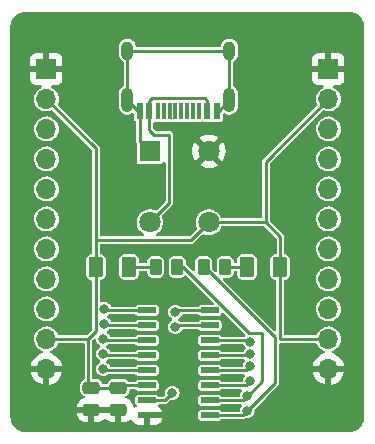
<source format=gbr>
%TF.GenerationSoftware,KiCad,Pcbnew,(6.0.7)*%
%TF.CreationDate,2022-09-27T17:11:20+08:00*%
%TF.ProjectId,51,35312e6b-6963-4616-945f-706362585858,rev?*%
%TF.SameCoordinates,Original*%
%TF.FileFunction,Copper,L1,Top*%
%TF.FilePolarity,Positive*%
%FSLAX46Y46*%
G04 Gerber Fmt 4.6, Leading zero omitted, Abs format (unit mm)*
G04 Created by KiCad (PCBNEW (6.0.7)) date 2022-09-27 17:11:20*
%MOMM*%
%LPD*%
G01*
G04 APERTURE LIST*
G04 Aperture macros list*
%AMRoundRect*
0 Rectangle with rounded corners*
0 $1 Rounding radius*
0 $2 $3 $4 $5 $6 $7 $8 $9 X,Y pos of 4 corners*
0 Add a 4 corners polygon primitive as box body*
4,1,4,$2,$3,$4,$5,$6,$7,$8,$9,$2,$3,0*
0 Add four circle primitives for the rounded corners*
1,1,$1+$1,$2,$3*
1,1,$1+$1,$4,$5*
1,1,$1+$1,$6,$7*
1,1,$1+$1,$8,$9*
0 Add four rect primitives between the rounded corners*
20,1,$1+$1,$2,$3,$4,$5,0*
20,1,$1+$1,$4,$5,$6,$7,0*
20,1,$1+$1,$6,$7,$8,$9,0*
20,1,$1+$1,$8,$9,$2,$3,0*%
G04 Aperture macros list end*
%TA.AperFunction,SMDPad,CuDef*%
%ADD10RoundRect,0.250000X-0.475000X0.250000X-0.475000X-0.250000X0.475000X-0.250000X0.475000X0.250000X0*%
%TD*%
%TA.AperFunction,SMDPad,CuDef*%
%ADD11RoundRect,0.250000X-0.375000X-0.625000X0.375000X-0.625000X0.375000X0.625000X-0.375000X0.625000X0*%
%TD*%
%TA.AperFunction,SMDPad,CuDef*%
%ADD12RoundRect,0.250000X0.375000X0.625000X-0.375000X0.625000X-0.375000X-0.625000X0.375000X-0.625000X0*%
%TD*%
%TA.AperFunction,SMDPad,CuDef*%
%ADD13RoundRect,0.250000X-0.262500X-0.450000X0.262500X-0.450000X0.262500X0.450000X-0.262500X0.450000X0*%
%TD*%
%TA.AperFunction,SMDPad,CuDef*%
%ADD14R,0.600000X1.450000*%
%TD*%
%TA.AperFunction,SMDPad,CuDef*%
%ADD15R,0.300000X1.450000*%
%TD*%
%TA.AperFunction,ComponentPad*%
%ADD16O,1.000000X2.100000*%
%TD*%
%TA.AperFunction,ComponentPad*%
%ADD17O,1.000000X1.600000*%
%TD*%
%TA.AperFunction,ComponentPad*%
%ADD18R,1.800000X1.800000*%
%TD*%
%TA.AperFunction,ComponentPad*%
%ADD19C,1.800000*%
%TD*%
%TA.AperFunction,ComponentPad*%
%ADD20R,1.700000X1.700000*%
%TD*%
%TA.AperFunction,ComponentPad*%
%ADD21O,1.700000X1.700000*%
%TD*%
%TA.AperFunction,SMDPad,CuDef*%
%ADD22RoundRect,0.137500X-0.662500X-0.137500X0.662500X-0.137500X0.662500X0.137500X-0.662500X0.137500X0*%
%TD*%
%TA.AperFunction,ViaPad*%
%ADD23C,0.800000*%
%TD*%
%TA.AperFunction,Conductor*%
%ADD24C,0.250000*%
%TD*%
G04 APERTURE END LIST*
D10*
%TO.P,C2,1*%
%TO.N,VCC*%
X90424000Y-62550000D03*
%TO.P,C2,2*%
%TO.N,GND1*%
X90424000Y-64450000D03*
%TD*%
%TO.P,C1,1*%
%TO.N,VCC*%
X88138000Y-62550000D03*
%TO.P,C1,2*%
%TO.N,GND1*%
X88138000Y-64450000D03*
%TD*%
D11*
%TO.P,D2,1,K*%
%TO.N,VCC*%
X88516000Y-52324000D03*
%TO.P,D2,2,A*%
%TO.N,Net-(D2-Pad2)*%
X91316000Y-52324000D03*
%TD*%
D12*
%TO.P,D1,1,K*%
%TO.N,VCC*%
X104119500Y-52324000D03*
%TO.P,D1,2,A*%
%TO.N,Net-(D1-Pad2)*%
X101319500Y-52324000D03*
%TD*%
D13*
%TO.P,R2,1*%
%TO.N,Net-(D2-Pad2)*%
X93575500Y-52324000D03*
%TO.P,R2,2*%
%TO.N,p3_1*%
X95400500Y-52324000D03*
%TD*%
D14*
%TO.P,J1,A1,GND*%
%TO.N,GND*%
X98754000Y-39097000D03*
%TO.P,J1,A4,VBUS*%
%TO.N,+5V*%
X97954000Y-39097000D03*
D15*
%TO.P,J1,A5,CC1*%
%TO.N,unconnected-(J1-PadA5)*%
X96754000Y-39097000D03*
%TO.P,J1,A6,D+*%
%TO.N,unconnected-(J1-PadA6)*%
X95754000Y-39097000D03*
%TO.P,J1,A7,D-*%
%TO.N,unconnected-(J1-PadA7)*%
X95254000Y-39097000D03*
%TO.P,J1,A8,SBU1*%
%TO.N,unconnected-(J1-PadA8)*%
X94254000Y-39097000D03*
D14*
%TO.P,J1,A9,VBUS*%
%TO.N,+5V*%
X93054000Y-39097000D03*
%TO.P,J1,A12,GND*%
%TO.N,GND*%
X92254000Y-39097000D03*
%TO.P,J1,B1,GND*%
X92254000Y-39097000D03*
%TO.P,J1,B4,VBUS*%
%TO.N,+5V*%
X93054000Y-39097000D03*
D15*
%TO.P,J1,B5,CC2*%
%TO.N,unconnected-(J1-PadB5)*%
X93754000Y-39097000D03*
%TO.P,J1,B6,D+*%
%TO.N,unconnected-(J1-PadB6)*%
X94754000Y-39097000D03*
%TO.P,J1,B7,D-*%
%TO.N,unconnected-(J1-PadB7)*%
X96254000Y-39097000D03*
%TO.P,J1,B8,SBU2*%
%TO.N,unconnected-(J1-PadB8)*%
X97254000Y-39097000D03*
D14*
%TO.P,J1,B9,VBUS*%
%TO.N,+5V*%
X97954000Y-39097000D03*
%TO.P,J1,B12,GND*%
%TO.N,GND*%
X98754000Y-39097000D03*
D16*
%TO.P,J1,S1,SHIELD*%
X91184000Y-38182000D03*
D17*
X91184000Y-34002000D03*
X99824000Y-34002000D03*
D16*
X99824000Y-38182000D03*
%TD*%
D18*
%TO.P,SW1,1,1*%
%TO.N,GND*%
X93081500Y-42543500D03*
D19*
%TO.P,SW1,2,2*%
%TO.N,GND1*%
X98081500Y-42543500D03*
%TO.P,SW1,3,3*%
%TO.N,+5V*%
X93081500Y-48543500D03*
%TO.P,SW1,4,4*%
%TO.N,VCC*%
X98081500Y-48543500D03*
%TD*%
D13*
%TO.P,R1,1*%
%TO.N,p3_0*%
X97639500Y-52324000D03*
%TO.P,R1,2*%
%TO.N,Net-(D1-Pad2)*%
X99464500Y-52324000D03*
%TD*%
D20*
%TO.P,J3,1,Pin_1*%
%TO.N,GND1*%
X108204000Y-35560000D03*
D21*
%TO.P,J3,2,Pin_2*%
%TO.N,VCC*%
X108204000Y-38100000D03*
%TO.P,J3,3,Pin_3*%
%TO.N,p5_5*%
X108204000Y-40640000D03*
%TO.P,J3,4,Pin_4*%
%TO.N,p3_7*%
X108204000Y-43180000D03*
%TO.P,J3,5,Pin_5*%
%TO.N,p3_6*%
X108204000Y-45720000D03*
%TO.P,J3,6,Pin_6*%
%TO.N,p3_3*%
X108204000Y-48260000D03*
%TO.P,J3,7,Pin_7*%
%TO.N,p3_2*%
X108204000Y-50800000D03*
%TO.P,J3,8,Pin_8*%
%TO.N,p3_1*%
X108204000Y-53340000D03*
%TO.P,J3,9,Pin_9*%
%TO.N,p3_0*%
X108204000Y-55880000D03*
%TO.P,J3,10,Pin_10*%
%TO.N,VCC*%
X108204000Y-58420000D03*
%TO.P,J3,11,Pin_11*%
%TO.N,GND1*%
X108204000Y-60960000D03*
%TD*%
D22*
%TO.P,U1,1,P1.2/CMPO/T0*%
%TO.N,p1_2*%
X92854000Y-56007000D03*
%TO.P,U1,2,P1.3*%
%TO.N,p1_3*%
X92854000Y-57277000D03*
%TO.P,U1,3,P1.4/T0CLKO*%
%TO.N,p1_4*%
X92854000Y-58547000D03*
%TO.P,U1,4,P1.5*%
%TO.N,p1_5*%
X92854000Y-59817000D03*
%TO.P,U1,5,CMP-/MCLKO/RST/P5.4*%
%TO.N,p5_4*%
X92854000Y-61087000D03*
%TO.P,U1,6,VCC*%
%TO.N,VCC*%
X92854000Y-62357000D03*
%TO.P,U1,7,CMP+/P5.5*%
%TO.N,p5_5*%
X92854000Y-63627000D03*
%TO.P,U1,8,GND*%
%TO.N,GND1*%
X92854000Y-64897000D03*
%TO.P,U1,9,RxD/~{INT4}/T2CLKO/P3.0*%
%TO.N,p3_0*%
X98154000Y-64897000D03*
%TO.P,U1,10,TxD/T2/P3.1*%
%TO.N,p3_1*%
X98154000Y-63627000D03*
%TO.P,U1,11,INT0/P3.2*%
%TO.N,p3_2*%
X98154000Y-62357000D03*
%TO.P,U1,12,INT1/P3.3*%
%TO.N,p3_3*%
X98154000Y-61087000D03*
%TO.P,U1,13,~{INT2}/RxD_2/P3.6*%
%TO.N,p3_6*%
X98154000Y-59817000D03*
%TO.P,U1,14,~{INT3}/TxD_2/P3.7*%
%TO.N,p3_7*%
X98154000Y-58547000D03*
%TO.P,U1,15,P1.0/RSTOUT_LOW*%
%TO.N,p1_0*%
X98154000Y-57277000D03*
%TO.P,U1,16,P1.1*%
%TO.N,p1_1*%
X98154000Y-56007000D03*
%TD*%
D20*
%TO.P,J2,1,Pin_1*%
%TO.N,GND1*%
X84328000Y-35560000D03*
D21*
%TO.P,J2,2,Pin_2*%
%TO.N,VCC*%
X84328000Y-38100000D03*
%TO.P,J2,3,Pin_3*%
%TO.N,p1_0*%
X84328000Y-40640000D03*
%TO.P,J2,4,Pin_4*%
%TO.N,p1_1*%
X84328000Y-43180000D03*
%TO.P,J2,5,Pin_5*%
%TO.N,p1_2*%
X84328000Y-45720000D03*
%TO.P,J2,6,Pin_6*%
%TO.N,p1_3*%
X84328000Y-48260000D03*
%TO.P,J2,7,Pin_7*%
%TO.N,p1_4*%
X84328000Y-50800000D03*
%TO.P,J2,8,Pin_8*%
%TO.N,p1_5*%
X84328000Y-53340000D03*
%TO.P,J2,9,Pin_9*%
%TO.N,p5_4*%
X84328000Y-55880000D03*
%TO.P,J2,10,Pin_10*%
%TO.N,VCC*%
X84328000Y-58420000D03*
%TO.P,J2,11,Pin_11*%
%TO.N,GND1*%
X84328000Y-60960000D03*
%TD*%
D23*
%TO.N,p1_0*%
X95250000Y-57404000D03*
%TO.N,p1_1*%
X95250000Y-56134000D03*
%TO.N,p1_2*%
X89240500Y-55880000D03*
%TO.N,p1_3*%
X89240500Y-57150000D03*
%TO.N,p1_4*%
X89154000Y-58420000D03*
%TO.N,p1_5*%
X89154000Y-59690000D03*
%TO.N,p5_4*%
X89154000Y-60960000D03*
%TO.N,p5_5*%
X94996000Y-62992000D03*
%TO.N,p3_7*%
X101600000Y-58674000D03*
%TO.N,p3_6*%
X101600000Y-59690000D03*
%TO.N,p3_3*%
X101600000Y-60706000D03*
%TO.N,p3_2*%
X101600000Y-61976000D03*
%TO.N,p3_1*%
X101346000Y-63246000D03*
%TO.N,p3_0*%
X101346000Y-64516000D03*
%TD*%
D24*
%TO.N,GND*%
X92099000Y-39097000D02*
X91184000Y-38182000D01*
X91184000Y-34002000D02*
X99824000Y-34002000D01*
X91184000Y-34002000D02*
X91184000Y-38182000D01*
X93081500Y-42543500D02*
X92254000Y-41716000D01*
X98754000Y-39097000D02*
X98909000Y-39097000D01*
X92254000Y-39097000D02*
X92099000Y-39097000D01*
X98909000Y-39097000D02*
X99824000Y-38182000D01*
X99824000Y-34002000D02*
X99824000Y-38182000D01*
X92254000Y-41716000D02*
X92254000Y-39097000D01*
%TO.N,+5V*%
X93279000Y-38047000D02*
X97729000Y-38047000D01*
X97729000Y-38047000D02*
X97954000Y-38272000D01*
X97954000Y-38272000D02*
X97954000Y-39097000D01*
X93054000Y-40730000D02*
X93472000Y-41148000D01*
X94742000Y-46883000D02*
X93081500Y-48543500D01*
X93054000Y-39097000D02*
X93054000Y-38272000D01*
X93054000Y-39097000D02*
X93054000Y-40730000D01*
X94742000Y-41148000D02*
X94742000Y-46883000D01*
X93472000Y-41148000D02*
X94742000Y-41148000D01*
X93054000Y-38272000D02*
X93279000Y-38047000D01*
%TO.N,p1_0*%
X98154000Y-57277000D02*
X95377000Y-57277000D01*
X95377000Y-57277000D02*
X95250000Y-57404000D01*
%TO.N,p1_1*%
X98154000Y-56007000D02*
X95377000Y-56007000D01*
X95377000Y-56007000D02*
X95250000Y-56134000D01*
%TO.N,p1_2*%
X89367500Y-56007000D02*
X89240500Y-55880000D01*
X92854000Y-56007000D02*
X89367500Y-56007000D01*
%TO.N,p1_3*%
X89367500Y-57277000D02*
X89240500Y-57150000D01*
X92854000Y-57277000D02*
X89367500Y-57277000D01*
%TO.N,p1_4*%
X92854000Y-58547000D02*
X89281000Y-58547000D01*
X89281000Y-58547000D02*
X89154000Y-58420000D01*
%TO.N,p1_5*%
X92854000Y-59817000D02*
X89281000Y-59817000D01*
X89281000Y-59817000D02*
X89154000Y-59690000D01*
%TO.N,p5_4*%
X92854000Y-61087000D02*
X89281000Y-61087000D01*
X89281000Y-61087000D02*
X89154000Y-60960000D01*
%TO.N,p5_5*%
X92854000Y-63627000D02*
X94361000Y-63627000D01*
X94361000Y-63627000D02*
X94996000Y-62992000D01*
%TO.N,p3_7*%
X101473000Y-58547000D02*
X101600000Y-58674000D01*
X98154000Y-58547000D02*
X101473000Y-58547000D01*
%TO.N,p3_6*%
X101473000Y-59817000D02*
X101600000Y-59690000D01*
X98154000Y-59817000D02*
X101473000Y-59817000D01*
%TO.N,p3_3*%
X101219000Y-61087000D02*
X101600000Y-60706000D01*
X98154000Y-61087000D02*
X101219000Y-61087000D01*
%TO.N,p3_2*%
X98154000Y-62357000D02*
X101219000Y-62357000D01*
X101219000Y-62357000D02*
X101600000Y-61976000D01*
%TO.N,p3_1*%
X100965000Y-63627000D02*
X101346000Y-63246000D01*
X102616000Y-61985305D02*
X101355305Y-63246000D01*
X101355305Y-63246000D02*
X101346000Y-63246000D01*
X98154000Y-63627000D02*
X100965000Y-63627000D01*
X102616000Y-57912000D02*
X102616000Y-61985305D01*
X95925074Y-52324000D02*
X101513074Y-57912000D01*
X95400500Y-52324000D02*
X95925074Y-52324000D01*
X101513074Y-57912000D02*
X102616000Y-57912000D01*
%TO.N,p3_0*%
X97714750Y-52324000D02*
X103669500Y-58278750D01*
X100965000Y-64897000D02*
X101346000Y-64516000D01*
X103669500Y-62192500D02*
X101346000Y-64516000D01*
X97639500Y-52324000D02*
X97714750Y-52324000D01*
X98154000Y-64897000D02*
X100965000Y-64897000D01*
X103669500Y-58278750D02*
X103669500Y-62192500D01*
%TO.N,VCC*%
X104119500Y-58399500D02*
X104119500Y-52324000D01*
X98081500Y-48543500D02*
X96587000Y-50038000D01*
X88516000Y-42288000D02*
X88516000Y-50168000D01*
X88516000Y-50168000D02*
X88516000Y-52324000D01*
X88516000Y-52324000D02*
X88516000Y-57788000D01*
X104140000Y-52303500D02*
X104119500Y-52324000D01*
X108204000Y-58420000D02*
X104140000Y-58420000D01*
X84328000Y-38100000D02*
X88516000Y-42288000D01*
X90617000Y-62357000D02*
X90424000Y-62550000D01*
X87884000Y-62296000D02*
X88138000Y-62550000D01*
X96587000Y-50038000D02*
X88646000Y-50038000D01*
X92854000Y-62357000D02*
X90617000Y-62357000D01*
X87884000Y-58420000D02*
X87884000Y-62296000D01*
X102899500Y-43404500D02*
X102899500Y-48543500D01*
X102899500Y-48543500D02*
X104140000Y-49784000D01*
X108204000Y-38100000D02*
X102899500Y-43404500D01*
X88646000Y-50038000D02*
X88516000Y-50168000D01*
X90424000Y-62550000D02*
X88138000Y-62550000D01*
X104140000Y-58420000D02*
X104119500Y-58399500D01*
X87884000Y-58420000D02*
X84328000Y-58420000D01*
X98081500Y-48543500D02*
X102899500Y-48543500D01*
X88516000Y-57788000D02*
X87884000Y-58420000D01*
X104140000Y-49784000D02*
X104140000Y-52303500D01*
%TO.N,Net-(D1-Pad2)*%
X101319500Y-52324000D02*
X99464500Y-52324000D01*
%TO.N,Net-(D2-Pad2)*%
X91316000Y-52324000D02*
X93575500Y-52324000D01*
%TD*%
%TA.AperFunction,Conductor*%
%TO.N,GND1*%
G36*
X109987474Y-30734479D02*
G01*
X110035516Y-30738682D01*
X110191555Y-30752334D01*
X110213178Y-30756146D01*
X110363625Y-30796458D01*
X110405718Y-30807737D01*
X110426358Y-30815249D01*
X110607015Y-30899492D01*
X110626026Y-30910468D01*
X110767489Y-31009522D01*
X110789314Y-31024804D01*
X110806138Y-31038922D01*
X110947078Y-31179862D01*
X110961196Y-31196686D01*
X111075532Y-31359974D01*
X111086508Y-31378985D01*
X111160102Y-31536807D01*
X111170751Y-31559643D01*
X111178263Y-31580282D01*
X111229853Y-31772818D01*
X111233667Y-31794448D01*
X111251521Y-31998526D01*
X111252000Y-32009507D01*
X111252000Y-65018493D01*
X111251521Y-65029474D01*
X111234389Y-65225303D01*
X111233667Y-65233552D01*
X111229854Y-65255178D01*
X111201246Y-65361945D01*
X111178263Y-65447718D01*
X111170751Y-65468357D01*
X111086508Y-65649015D01*
X111075532Y-65668026D01*
X111068318Y-65678329D01*
X110961196Y-65831314D01*
X110947078Y-65848138D01*
X110806138Y-65989078D01*
X110789314Y-66003196D01*
X110626026Y-66117532D01*
X110607015Y-66128508D01*
X110449193Y-66202102D01*
X110426357Y-66212751D01*
X110405717Y-66220263D01*
X110213178Y-66271854D01*
X110191555Y-66275666D01*
X110035516Y-66289318D01*
X109987474Y-66293521D01*
X109976493Y-66294000D01*
X82555507Y-66294000D01*
X82544526Y-66293521D01*
X82496484Y-66289318D01*
X82340445Y-66275666D01*
X82318822Y-66271854D01*
X82126283Y-66220263D01*
X82105643Y-66212751D01*
X82082807Y-66202102D01*
X81924985Y-66128508D01*
X81905974Y-66117532D01*
X81742686Y-66003196D01*
X81725862Y-65989078D01*
X81584922Y-65848138D01*
X81570804Y-65831314D01*
X81463682Y-65678329D01*
X81456468Y-65668026D01*
X81445492Y-65649015D01*
X81361249Y-65468357D01*
X81353737Y-65447718D01*
X81330754Y-65361945D01*
X81302146Y-65255178D01*
X81298333Y-65233552D01*
X81297612Y-65225303D01*
X81280479Y-65029474D01*
X81280000Y-65018493D01*
X81280000Y-64747095D01*
X86905001Y-64747095D01*
X86905338Y-64753614D01*
X86915257Y-64849206D01*
X86918149Y-64862600D01*
X86969588Y-65016784D01*
X86975761Y-65029962D01*
X87061063Y-65167807D01*
X87070099Y-65179208D01*
X87184829Y-65293739D01*
X87196240Y-65302751D01*
X87334243Y-65387816D01*
X87347424Y-65393963D01*
X87501710Y-65445138D01*
X87515086Y-65448005D01*
X87609438Y-65457672D01*
X87615854Y-65458000D01*
X87865885Y-65458000D01*
X87881124Y-65453525D01*
X87882329Y-65452135D01*
X87884000Y-65444452D01*
X87884000Y-65439884D01*
X88392000Y-65439884D01*
X88396475Y-65455123D01*
X88397865Y-65456328D01*
X88405548Y-65457999D01*
X88660095Y-65457999D01*
X88666614Y-65457662D01*
X88762206Y-65447743D01*
X88775600Y-65444851D01*
X88929784Y-65393412D01*
X88942962Y-65387239D01*
X89080807Y-65301937D01*
X89092214Y-65292896D01*
X89191754Y-65193184D01*
X89254036Y-65159105D01*
X89324857Y-65164108D01*
X89369944Y-65193029D01*
X89470829Y-65293739D01*
X89482240Y-65302751D01*
X89620243Y-65387816D01*
X89633424Y-65393963D01*
X89787710Y-65445138D01*
X89801086Y-65448005D01*
X89895438Y-65457672D01*
X89901854Y-65458000D01*
X90151885Y-65458000D01*
X90167124Y-65453525D01*
X90168329Y-65452135D01*
X90170000Y-65444452D01*
X90170000Y-64722115D01*
X90165525Y-64706876D01*
X90164135Y-64705671D01*
X90156452Y-64704000D01*
X88410115Y-64704000D01*
X88394876Y-64708475D01*
X88393671Y-64709865D01*
X88392000Y-64717548D01*
X88392000Y-65439884D01*
X87884000Y-65439884D01*
X87884000Y-64722115D01*
X87879525Y-64706876D01*
X87878135Y-64705671D01*
X87870452Y-64704000D01*
X86923116Y-64704000D01*
X86907877Y-64708475D01*
X86906672Y-64709865D01*
X86905001Y-64717548D01*
X86905001Y-64747095D01*
X81280000Y-64747095D01*
X81280000Y-61227966D01*
X82996257Y-61227966D01*
X83026565Y-61362446D01*
X83029645Y-61372275D01*
X83109770Y-61569603D01*
X83114413Y-61578794D01*
X83225694Y-61760388D01*
X83231777Y-61768699D01*
X83371213Y-61929667D01*
X83378580Y-61936883D01*
X83542434Y-62072916D01*
X83550881Y-62078831D01*
X83734756Y-62186279D01*
X83744042Y-62190729D01*
X83943001Y-62266703D01*
X83952899Y-62269579D01*
X84056250Y-62290606D01*
X84070299Y-62289410D01*
X84074000Y-62279065D01*
X84074000Y-62278517D01*
X84582000Y-62278517D01*
X84586064Y-62292359D01*
X84599478Y-62294393D01*
X84606184Y-62293534D01*
X84616262Y-62291392D01*
X84820255Y-62230191D01*
X84829842Y-62226433D01*
X85021095Y-62132739D01*
X85029945Y-62127464D01*
X85203328Y-62003792D01*
X85211200Y-61997139D01*
X85362052Y-61846812D01*
X85368730Y-61838965D01*
X85493003Y-61666020D01*
X85498313Y-61657183D01*
X85592670Y-61466267D01*
X85596469Y-61456672D01*
X85658377Y-61252910D01*
X85660555Y-61242837D01*
X85661986Y-61231962D01*
X85659775Y-61217778D01*
X85646617Y-61214000D01*
X84600115Y-61214000D01*
X84584876Y-61218475D01*
X84583671Y-61219865D01*
X84582000Y-61227548D01*
X84582000Y-62278517D01*
X84074000Y-62278517D01*
X84074000Y-61232115D01*
X84069525Y-61216876D01*
X84068135Y-61215671D01*
X84060452Y-61214000D01*
X83011225Y-61214000D01*
X82997694Y-61217973D01*
X82996257Y-61227966D01*
X81280000Y-61227966D01*
X81280000Y-55865262D01*
X83272520Y-55865262D01*
X83273036Y-55871406D01*
X83282611Y-55985426D01*
X83289759Y-56070553D01*
X83291458Y-56076478D01*
X83338939Y-56242063D01*
X83346544Y-56268586D01*
X83349359Y-56274063D01*
X83349360Y-56274066D01*
X83437897Y-56446341D01*
X83440712Y-56451818D01*
X83568677Y-56613270D01*
X83725564Y-56746791D01*
X83730942Y-56749797D01*
X83730944Y-56749798D01*
X83762563Y-56767469D01*
X83905398Y-56847297D01*
X84000238Y-56878113D01*
X84095471Y-56909056D01*
X84095475Y-56909057D01*
X84101329Y-56910959D01*
X84305894Y-56935351D01*
X84312029Y-56934879D01*
X84312031Y-56934879D01*
X84368039Y-56930569D01*
X84511300Y-56919546D01*
X84517230Y-56917890D01*
X84517232Y-56917890D01*
X84675431Y-56873720D01*
X84709725Y-56864145D01*
X84715214Y-56861372D01*
X84715220Y-56861370D01*
X84847952Y-56794322D01*
X84893610Y-56771258D01*
X85055951Y-56644424D01*
X85067980Y-56630489D01*
X85186540Y-56493134D01*
X85186540Y-56493133D01*
X85190564Y-56488472D01*
X85197639Y-56476019D01*
X85241103Y-56399508D01*
X85292323Y-56309344D01*
X85357351Y-56113863D01*
X85383171Y-55909474D01*
X85383583Y-55880000D01*
X85363480Y-55674970D01*
X85303935Y-55477749D01*
X85207218Y-55295849D01*
X85133859Y-55205902D01*
X85080906Y-55140975D01*
X85080903Y-55140972D01*
X85077011Y-55136200D01*
X85059786Y-55121950D01*
X84923025Y-55008811D01*
X84923021Y-55008809D01*
X84918275Y-55004882D01*
X84737055Y-54906897D01*
X84540254Y-54845977D01*
X84534129Y-54845333D01*
X84534128Y-54845333D01*
X84341498Y-54825087D01*
X84341496Y-54825087D01*
X84335369Y-54824443D01*
X84248529Y-54832346D01*
X84136342Y-54842555D01*
X84136339Y-54842556D01*
X84130203Y-54843114D01*
X83932572Y-54901280D01*
X83750002Y-54996726D01*
X83745201Y-55000586D01*
X83745198Y-55000588D01*
X83734971Y-55008811D01*
X83589447Y-55125815D01*
X83457024Y-55283630D01*
X83454056Y-55289028D01*
X83454053Y-55289033D01*
X83365819Y-55449532D01*
X83357776Y-55464162D01*
X83295484Y-55660532D01*
X83294798Y-55666649D01*
X83294797Y-55666653D01*
X83276487Y-55829898D01*
X83272520Y-55865262D01*
X81280000Y-55865262D01*
X81280000Y-53325262D01*
X83272520Y-53325262D01*
X83273036Y-53331406D01*
X83283482Y-53455798D01*
X83289759Y-53530553D01*
X83346544Y-53728586D01*
X83349359Y-53734063D01*
X83349360Y-53734066D01*
X83370247Y-53774707D01*
X83440712Y-53911818D01*
X83568677Y-54073270D01*
X83725564Y-54206791D01*
X83905398Y-54307297D01*
X84000238Y-54338113D01*
X84095471Y-54369056D01*
X84095475Y-54369057D01*
X84101329Y-54370959D01*
X84305894Y-54395351D01*
X84312029Y-54394879D01*
X84312031Y-54394879D01*
X84368039Y-54390569D01*
X84511300Y-54379546D01*
X84517230Y-54377890D01*
X84517232Y-54377890D01*
X84703797Y-54325800D01*
X84703796Y-54325800D01*
X84709725Y-54324145D01*
X84715214Y-54321372D01*
X84715220Y-54321370D01*
X84888116Y-54234033D01*
X84893610Y-54231258D01*
X85055951Y-54104424D01*
X85190564Y-53948472D01*
X85211387Y-53911818D01*
X85289276Y-53774707D01*
X85292323Y-53769344D01*
X85357351Y-53573863D01*
X85383171Y-53369474D01*
X85383583Y-53340000D01*
X85363480Y-53134970D01*
X85303935Y-52937749D01*
X85207218Y-52755849D01*
X85125892Y-52656134D01*
X85080906Y-52600975D01*
X85080903Y-52600972D01*
X85077011Y-52596200D01*
X85034353Y-52560910D01*
X84923025Y-52468811D01*
X84923021Y-52468809D01*
X84918275Y-52464882D01*
X84737055Y-52366897D01*
X84540254Y-52305977D01*
X84534129Y-52305333D01*
X84534128Y-52305333D01*
X84341498Y-52285087D01*
X84341496Y-52285087D01*
X84335369Y-52284443D01*
X84248529Y-52292346D01*
X84136342Y-52302555D01*
X84136339Y-52302556D01*
X84130203Y-52303114D01*
X83932572Y-52361280D01*
X83750002Y-52456726D01*
X83745201Y-52460586D01*
X83745198Y-52460588D01*
X83648508Y-52538329D01*
X83589447Y-52585815D01*
X83457024Y-52743630D01*
X83454056Y-52749028D01*
X83454053Y-52749033D01*
X83360743Y-52918765D01*
X83357776Y-52924162D01*
X83295484Y-53120532D01*
X83294798Y-53126649D01*
X83294797Y-53126653D01*
X83277962Y-53276742D01*
X83272520Y-53325262D01*
X81280000Y-53325262D01*
X81280000Y-50785262D01*
X83272520Y-50785262D01*
X83289759Y-50990553D01*
X83291458Y-50996478D01*
X83328048Y-51124081D01*
X83346544Y-51188586D01*
X83349359Y-51194063D01*
X83349360Y-51194066D01*
X83437897Y-51366341D01*
X83440712Y-51371818D01*
X83568677Y-51533270D01*
X83573370Y-51537264D01*
X83573371Y-51537265D01*
X83700155Y-51645166D01*
X83725564Y-51666791D01*
X83905398Y-51767297D01*
X83971057Y-51788631D01*
X84095471Y-51829056D01*
X84095475Y-51829057D01*
X84101329Y-51830959D01*
X84305894Y-51855351D01*
X84312029Y-51854879D01*
X84312031Y-51854879D01*
X84368039Y-51850569D01*
X84511300Y-51839546D01*
X84517230Y-51837890D01*
X84517232Y-51837890D01*
X84703797Y-51785800D01*
X84703796Y-51785800D01*
X84709725Y-51784145D01*
X84715214Y-51781372D01*
X84715220Y-51781370D01*
X84888116Y-51694033D01*
X84893610Y-51691258D01*
X84921205Y-51669699D01*
X85051101Y-51568213D01*
X85055951Y-51564424D01*
X85060270Y-51559421D01*
X85186540Y-51413134D01*
X85186540Y-51413133D01*
X85190564Y-51408472D01*
X85211387Y-51371818D01*
X85256021Y-51293247D01*
X85292323Y-51229344D01*
X85357351Y-51033863D01*
X85383171Y-50829474D01*
X85383583Y-50800000D01*
X85363480Y-50594970D01*
X85303935Y-50397749D01*
X85207218Y-50215849D01*
X85123042Y-50112639D01*
X85080906Y-50060975D01*
X85080903Y-50060972D01*
X85077011Y-50056200D01*
X85059786Y-50041950D01*
X84923025Y-49928811D01*
X84923021Y-49928809D01*
X84918275Y-49924882D01*
X84737055Y-49826897D01*
X84540254Y-49765977D01*
X84534129Y-49765333D01*
X84534128Y-49765333D01*
X84341498Y-49745087D01*
X84341496Y-49745087D01*
X84335369Y-49744443D01*
X84248529Y-49752346D01*
X84136342Y-49762555D01*
X84136339Y-49762556D01*
X84130203Y-49763114D01*
X83932572Y-49821280D01*
X83750002Y-49916726D01*
X83745201Y-49920586D01*
X83745198Y-49920588D01*
X83594254Y-50041950D01*
X83589447Y-50045815D01*
X83457024Y-50203630D01*
X83454056Y-50209028D01*
X83454053Y-50209033D01*
X83360743Y-50378765D01*
X83357776Y-50384162D01*
X83295484Y-50580532D01*
X83294798Y-50586649D01*
X83294797Y-50586653D01*
X83273207Y-50779137D01*
X83272520Y-50785262D01*
X81280000Y-50785262D01*
X81280000Y-48245262D01*
X83272520Y-48245262D01*
X83273036Y-48251406D01*
X83281135Y-48347848D01*
X83289759Y-48450553D01*
X83291458Y-48456478D01*
X83334051Y-48605016D01*
X83346544Y-48648586D01*
X83349359Y-48654063D01*
X83349360Y-48654066D01*
X83437897Y-48826341D01*
X83440712Y-48831818D01*
X83568677Y-48993270D01*
X83573370Y-48997264D01*
X83573371Y-48997265D01*
X83717605Y-49120017D01*
X83725564Y-49126791D01*
X83905398Y-49227297D01*
X83995460Y-49256560D01*
X84095471Y-49289056D01*
X84095475Y-49289057D01*
X84101329Y-49290959D01*
X84305894Y-49315351D01*
X84312029Y-49314879D01*
X84312031Y-49314879D01*
X84368039Y-49310569D01*
X84511300Y-49299546D01*
X84517230Y-49297890D01*
X84517232Y-49297890D01*
X84703797Y-49245800D01*
X84703796Y-49245800D01*
X84709725Y-49244145D01*
X84715214Y-49241372D01*
X84715220Y-49241370D01*
X84857495Y-49169501D01*
X84893610Y-49151258D01*
X85055951Y-49024424D01*
X85083049Y-48993031D01*
X85186540Y-48873134D01*
X85186540Y-48873133D01*
X85190564Y-48868472D01*
X85211387Y-48831818D01*
X85289276Y-48694707D01*
X85292323Y-48689344D01*
X85357351Y-48493863D01*
X85383171Y-48289474D01*
X85383583Y-48260000D01*
X85363480Y-48054970D01*
X85303935Y-47857749D01*
X85207218Y-47675849D01*
X85111711Y-47558746D01*
X85080906Y-47520975D01*
X85080903Y-47520972D01*
X85077011Y-47516200D01*
X85037844Y-47483798D01*
X84923025Y-47388811D01*
X84923021Y-47388809D01*
X84918275Y-47384882D01*
X84737055Y-47286897D01*
X84540254Y-47225977D01*
X84534129Y-47225333D01*
X84534128Y-47225333D01*
X84341498Y-47205087D01*
X84341496Y-47205087D01*
X84335369Y-47204443D01*
X84248529Y-47212346D01*
X84136342Y-47222555D01*
X84136339Y-47222556D01*
X84130203Y-47223114D01*
X83932572Y-47281280D01*
X83750002Y-47376726D01*
X83745201Y-47380586D01*
X83745198Y-47380588D01*
X83594254Y-47501950D01*
X83589447Y-47505815D01*
X83457024Y-47663630D01*
X83454056Y-47669028D01*
X83454053Y-47669033D01*
X83391554Y-47782720D01*
X83357776Y-47844162D01*
X83295484Y-48040532D01*
X83294798Y-48046649D01*
X83294797Y-48046653D01*
X83287082Y-48115437D01*
X83272520Y-48245262D01*
X81280000Y-48245262D01*
X81280000Y-45705262D01*
X83272520Y-45705262D01*
X83289759Y-45910553D01*
X83346544Y-46108586D01*
X83349359Y-46114063D01*
X83349360Y-46114066D01*
X83370247Y-46154707D01*
X83440712Y-46291818D01*
X83568677Y-46453270D01*
X83725564Y-46586791D01*
X83905398Y-46687297D01*
X84000238Y-46718113D01*
X84095471Y-46749056D01*
X84095475Y-46749057D01*
X84101329Y-46750959D01*
X84305894Y-46775351D01*
X84312029Y-46774879D01*
X84312031Y-46774879D01*
X84368039Y-46770569D01*
X84511300Y-46759546D01*
X84517230Y-46757890D01*
X84517232Y-46757890D01*
X84703797Y-46705800D01*
X84703796Y-46705800D01*
X84709725Y-46704145D01*
X84715214Y-46701372D01*
X84715220Y-46701370D01*
X84888116Y-46614033D01*
X84893610Y-46611258D01*
X85055951Y-46484424D01*
X85190564Y-46328472D01*
X85211387Y-46291818D01*
X85289276Y-46154707D01*
X85292323Y-46149344D01*
X85357351Y-45953863D01*
X85383171Y-45749474D01*
X85383583Y-45720000D01*
X85363480Y-45514970D01*
X85303935Y-45317749D01*
X85207218Y-45135849D01*
X85133859Y-45045902D01*
X85080906Y-44980975D01*
X85080903Y-44980972D01*
X85077011Y-44976200D01*
X85059786Y-44961950D01*
X84923025Y-44848811D01*
X84923021Y-44848809D01*
X84918275Y-44844882D01*
X84737055Y-44746897D01*
X84540254Y-44685977D01*
X84534129Y-44685333D01*
X84534128Y-44685333D01*
X84341498Y-44665087D01*
X84341496Y-44665087D01*
X84335369Y-44664443D01*
X84248529Y-44672346D01*
X84136342Y-44682555D01*
X84136339Y-44682556D01*
X84130203Y-44683114D01*
X83932572Y-44741280D01*
X83750002Y-44836726D01*
X83745201Y-44840586D01*
X83745198Y-44840588D01*
X83734971Y-44848811D01*
X83589447Y-44965815D01*
X83457024Y-45123630D01*
X83454056Y-45129028D01*
X83454053Y-45129033D01*
X83447315Y-45141290D01*
X83357776Y-45304162D01*
X83295484Y-45500532D01*
X83294798Y-45506649D01*
X83294797Y-45506653D01*
X83273207Y-45699137D01*
X83272520Y-45705262D01*
X81280000Y-45705262D01*
X81280000Y-43165262D01*
X83272520Y-43165262D01*
X83273036Y-43171406D01*
X83286404Y-43330596D01*
X83289759Y-43370553D01*
X83291458Y-43376478D01*
X83342543Y-43554632D01*
X83346544Y-43568586D01*
X83349359Y-43574063D01*
X83349360Y-43574066D01*
X83420228Y-43711961D01*
X83440712Y-43751818D01*
X83568677Y-43913270D01*
X83573370Y-43917264D01*
X83573371Y-43917265D01*
X83607812Y-43946576D01*
X83725564Y-44046791D01*
X83905398Y-44147297D01*
X84000238Y-44178113D01*
X84095471Y-44209056D01*
X84095475Y-44209057D01*
X84101329Y-44210959D01*
X84305894Y-44235351D01*
X84312029Y-44234879D01*
X84312031Y-44234879D01*
X84368039Y-44230569D01*
X84511300Y-44219546D01*
X84517230Y-44217890D01*
X84517232Y-44217890D01*
X84703797Y-44165800D01*
X84703796Y-44165800D01*
X84709725Y-44164145D01*
X84715214Y-44161372D01*
X84715220Y-44161370D01*
X84888116Y-44074033D01*
X84893610Y-44071258D01*
X85055951Y-43944424D01*
X85190564Y-43788472D01*
X85207115Y-43759338D01*
X85238036Y-43704906D01*
X85292323Y-43609344D01*
X85357351Y-43413863D01*
X85383171Y-43209474D01*
X85383583Y-43180000D01*
X85363480Y-42974970D01*
X85303935Y-42777749D01*
X85207218Y-42595849D01*
X85132184Y-42503849D01*
X85080906Y-42440975D01*
X85080903Y-42440972D01*
X85077011Y-42436200D01*
X85059786Y-42421950D01*
X84923025Y-42308811D01*
X84923021Y-42308809D01*
X84918275Y-42304882D01*
X84737055Y-42206897D01*
X84540254Y-42145977D01*
X84534129Y-42145333D01*
X84534128Y-42145333D01*
X84341498Y-42125087D01*
X84341496Y-42125087D01*
X84335369Y-42124443D01*
X84248529Y-42132346D01*
X84136342Y-42142555D01*
X84136339Y-42142556D01*
X84130203Y-42143114D01*
X83932572Y-42201280D01*
X83750002Y-42296726D01*
X83745201Y-42300586D01*
X83745198Y-42300588D01*
X83639064Y-42385922D01*
X83589447Y-42425815D01*
X83457024Y-42583630D01*
X83454056Y-42589028D01*
X83454053Y-42589033D01*
X83373825Y-42734968D01*
X83357776Y-42764162D01*
X83295484Y-42960532D01*
X83294798Y-42966649D01*
X83294797Y-42966653D01*
X83284479Y-43058642D01*
X83272520Y-43165262D01*
X81280000Y-43165262D01*
X81280000Y-40625262D01*
X83272520Y-40625262D01*
X83289759Y-40830553D01*
X83291458Y-40836478D01*
X83344632Y-41021917D01*
X83346544Y-41028586D01*
X83349359Y-41034063D01*
X83349360Y-41034066D01*
X83437897Y-41206341D01*
X83440712Y-41211818D01*
X83568677Y-41373270D01*
X83573370Y-41377264D01*
X83573371Y-41377265D01*
X83650610Y-41443000D01*
X83725564Y-41506791D01*
X83905398Y-41607297D01*
X84000238Y-41638113D01*
X84095471Y-41669056D01*
X84095475Y-41669057D01*
X84101329Y-41670959D01*
X84305894Y-41695351D01*
X84312029Y-41694879D01*
X84312031Y-41694879D01*
X84368039Y-41690569D01*
X84511300Y-41679546D01*
X84517230Y-41677890D01*
X84517232Y-41677890D01*
X84703797Y-41625800D01*
X84703796Y-41625800D01*
X84709725Y-41624145D01*
X84715214Y-41621372D01*
X84715220Y-41621370D01*
X84888116Y-41534033D01*
X84893610Y-41531258D01*
X85055951Y-41404424D01*
X85062757Y-41396540D01*
X85186540Y-41253134D01*
X85186540Y-41253133D01*
X85190564Y-41248472D01*
X85211387Y-41211818D01*
X85253406Y-41137850D01*
X85292323Y-41069344D01*
X85357351Y-40873863D01*
X85383171Y-40669474D01*
X85383583Y-40640000D01*
X85363480Y-40434970D01*
X85303935Y-40237749D01*
X85207218Y-40055849D01*
X85125978Y-39956239D01*
X85080906Y-39900975D01*
X85080903Y-39900972D01*
X85077011Y-39896200D01*
X85011190Y-39841748D01*
X84923025Y-39768811D01*
X84923021Y-39768809D01*
X84918275Y-39764882D01*
X84737055Y-39666897D01*
X84540254Y-39605977D01*
X84534129Y-39605333D01*
X84534128Y-39605333D01*
X84341498Y-39585087D01*
X84341496Y-39585087D01*
X84335369Y-39584443D01*
X84248529Y-39592346D01*
X84136342Y-39602555D01*
X84136339Y-39602556D01*
X84130203Y-39603114D01*
X83932572Y-39661280D01*
X83750002Y-39756726D01*
X83745201Y-39760586D01*
X83745198Y-39760588D01*
X83636708Y-39847816D01*
X83589447Y-39885815D01*
X83457024Y-40043630D01*
X83454056Y-40049028D01*
X83454053Y-40049033D01*
X83418640Y-40113450D01*
X83357776Y-40224162D01*
X83295484Y-40420532D01*
X83294798Y-40426649D01*
X83294797Y-40426653D01*
X83281749Y-40542983D01*
X83272520Y-40625262D01*
X81280000Y-40625262D01*
X81280000Y-36454669D01*
X82970001Y-36454669D01*
X82970371Y-36461490D01*
X82975895Y-36512352D01*
X82979521Y-36527604D01*
X83024676Y-36648054D01*
X83033214Y-36663649D01*
X83109715Y-36765724D01*
X83122276Y-36778285D01*
X83224351Y-36854786D01*
X83239946Y-36863324D01*
X83360394Y-36908478D01*
X83375649Y-36912105D01*
X83426514Y-36917631D01*
X83433328Y-36918000D01*
X83808432Y-36918000D01*
X83876553Y-36938002D01*
X83923046Y-36991658D01*
X83933150Y-37061932D01*
X83903656Y-37126512D01*
X83866812Y-37155659D01*
X83750002Y-37216726D01*
X83745201Y-37220586D01*
X83745198Y-37220588D01*
X83594254Y-37341950D01*
X83589447Y-37345815D01*
X83457024Y-37503630D01*
X83454056Y-37509028D01*
X83454053Y-37509033D01*
X83409570Y-37589948D01*
X83357776Y-37684162D01*
X83295484Y-37880532D01*
X83294798Y-37886649D01*
X83294797Y-37886653D01*
X83288563Y-37942233D01*
X83272520Y-38085262D01*
X83289759Y-38290553D01*
X83346544Y-38488586D01*
X83349359Y-38494063D01*
X83349360Y-38494066D01*
X83392536Y-38578077D01*
X83440712Y-38671818D01*
X83568677Y-38833270D01*
X83573370Y-38837264D01*
X83573371Y-38837265D01*
X83655807Y-38907423D01*
X83725564Y-38966791D01*
X83905398Y-39067297D01*
X83980352Y-39091651D01*
X84095471Y-39129056D01*
X84095475Y-39129057D01*
X84101329Y-39130959D01*
X84305894Y-39155351D01*
X84312029Y-39154879D01*
X84312031Y-39154879D01*
X84368039Y-39150569D01*
X84511300Y-39139546D01*
X84517230Y-39137890D01*
X84517232Y-39137890D01*
X84703797Y-39085800D01*
X84703796Y-39085800D01*
X84709725Y-39084145D01*
X84715221Y-39081369D01*
X84722722Y-39077580D01*
X84792544Y-39064721D01*
X84858235Y-39091651D01*
X84868626Y-39100952D01*
X88153595Y-42385922D01*
X88187621Y-42448234D01*
X88190500Y-42475017D01*
X88190500Y-50112639D01*
X88190021Y-50123621D01*
X88189591Y-50128540D01*
X88186736Y-50139193D01*
X88187697Y-50150179D01*
X88187697Y-50150181D01*
X88190020Y-50176728D01*
X88190500Y-50187710D01*
X88190500Y-51124081D01*
X88170498Y-51192202D01*
X88116842Y-51238695D01*
X88076357Y-51249522D01*
X88069768Y-51250145D01*
X88063278Y-51250758D01*
X88063277Y-51250758D01*
X88055631Y-51251481D01*
X87927816Y-51296366D01*
X87920246Y-51301958D01*
X87920243Y-51301959D01*
X87835794Y-51364335D01*
X87818850Y-51376850D01*
X87813258Y-51384421D01*
X87743959Y-51478243D01*
X87743958Y-51478246D01*
X87738366Y-51485816D01*
X87693481Y-51613631D01*
X87690500Y-51645166D01*
X87690500Y-53002834D01*
X87693481Y-53034369D01*
X87738366Y-53162184D01*
X87743958Y-53169754D01*
X87743959Y-53169757D01*
X87792000Y-53234798D01*
X87818850Y-53271150D01*
X87826421Y-53276742D01*
X87920243Y-53346041D01*
X87920246Y-53346042D01*
X87927816Y-53351634D01*
X88055631Y-53396519D01*
X88063277Y-53397242D01*
X88063278Y-53397242D01*
X88069768Y-53397855D01*
X88076356Y-53398478D01*
X88142292Y-53424801D01*
X88183530Y-53482594D01*
X88190500Y-53523919D01*
X88190500Y-57600984D01*
X88170498Y-57669105D01*
X88153595Y-57690079D01*
X87786079Y-58057595D01*
X87723767Y-58091621D01*
X87696984Y-58094500D01*
X85419269Y-58094500D01*
X85351148Y-58074498D01*
X85304008Y-58017991D01*
X85303935Y-58017749D01*
X85207218Y-57835849D01*
X85102012Y-57706854D01*
X85080906Y-57680975D01*
X85080903Y-57680972D01*
X85077011Y-57676200D01*
X85070173Y-57670543D01*
X84923025Y-57548811D01*
X84923021Y-57548809D01*
X84918275Y-57544882D01*
X84737055Y-57446897D01*
X84540254Y-57385977D01*
X84534129Y-57385333D01*
X84534128Y-57385333D01*
X84341498Y-57365087D01*
X84341496Y-57365087D01*
X84335369Y-57364443D01*
X84258867Y-57371405D01*
X84136342Y-57382555D01*
X84136339Y-57382556D01*
X84130203Y-57383114D01*
X83932572Y-57441280D01*
X83750002Y-57536726D01*
X83745201Y-57540586D01*
X83745198Y-57540588D01*
X83605169Y-57653174D01*
X83589447Y-57665815D01*
X83457024Y-57823630D01*
X83454056Y-57829028D01*
X83454053Y-57829033D01*
X83364617Y-57991718D01*
X83357776Y-58004162D01*
X83295484Y-58200532D01*
X83294798Y-58206649D01*
X83294797Y-58206653D01*
X83276024Y-58374022D01*
X83272520Y-58405262D01*
X83273036Y-58411406D01*
X83283742Y-58538895D01*
X83289759Y-58610553D01*
X83291458Y-58616478D01*
X83338939Y-58782063D01*
X83346544Y-58808586D01*
X83349359Y-58814063D01*
X83349360Y-58814066D01*
X83437897Y-58986341D01*
X83440712Y-58991818D01*
X83568677Y-59153270D01*
X83725564Y-59286791D01*
X83905398Y-59387297D01*
X83970437Y-59408429D01*
X84029042Y-59448502D01*
X84056680Y-59513898D01*
X84044574Y-59583855D01*
X83996568Y-59636162D01*
X83970646Y-59648027D01*
X83804868Y-59702212D01*
X83795359Y-59706209D01*
X83606463Y-59804542D01*
X83597738Y-59810036D01*
X83427433Y-59937905D01*
X83419726Y-59944748D01*
X83272590Y-60098717D01*
X83266104Y-60106727D01*
X83146098Y-60282649D01*
X83141000Y-60291623D01*
X83051338Y-60484783D01*
X83047775Y-60494470D01*
X82992389Y-60694183D01*
X82993912Y-60702607D01*
X83006292Y-60706000D01*
X85646344Y-60706000D01*
X85659875Y-60702027D01*
X85661180Y-60692947D01*
X85619214Y-60525875D01*
X85615894Y-60516124D01*
X85530972Y-60320814D01*
X85526105Y-60311739D01*
X85410426Y-60132926D01*
X85404136Y-60124757D01*
X85260806Y-59967240D01*
X85253273Y-59960215D01*
X85086139Y-59828222D01*
X85077552Y-59822517D01*
X84891117Y-59719599D01*
X84881705Y-59715369D01*
X84690031Y-59647493D01*
X84632495Y-59605899D01*
X84606579Y-59539801D01*
X84620513Y-59470185D01*
X84669872Y-59419154D01*
X84698206Y-59407362D01*
X84703790Y-59405803D01*
X84703799Y-59405800D01*
X84709725Y-59404145D01*
X84715214Y-59401372D01*
X84715220Y-59401370D01*
X84888116Y-59314033D01*
X84893610Y-59311258D01*
X85055951Y-59184424D01*
X85067980Y-59170489D01*
X85186540Y-59033134D01*
X85186540Y-59033133D01*
X85190564Y-59028472D01*
X85197639Y-59016019D01*
X85241103Y-58939508D01*
X85292323Y-58849344D01*
X85298184Y-58831726D01*
X85338666Y-58773403D01*
X85404254Y-58746224D01*
X85417741Y-58745500D01*
X87432500Y-58745500D01*
X87500621Y-58765502D01*
X87547114Y-58819158D01*
X87558500Y-58871500D01*
X87558500Y-61769903D01*
X87538498Y-61838024D01*
X87484842Y-61884517D01*
X87474249Y-61888785D01*
X87458703Y-61894245D01*
X87449816Y-61897366D01*
X87442246Y-61902958D01*
X87442243Y-61902959D01*
X87357794Y-61965335D01*
X87340850Y-61977850D01*
X87335258Y-61985421D01*
X87265959Y-62079243D01*
X87265958Y-62079246D01*
X87260366Y-62086816D01*
X87215481Y-62214631D01*
X87212500Y-62246166D01*
X87212500Y-62853834D01*
X87215481Y-62885369D01*
X87260366Y-63013184D01*
X87265958Y-63020754D01*
X87265959Y-63020757D01*
X87310906Y-63081609D01*
X87340850Y-63122150D01*
X87348421Y-63127742D01*
X87442243Y-63197041D01*
X87442246Y-63197042D01*
X87449816Y-63202634D01*
X87488316Y-63216154D01*
X87495973Y-63218843D01*
X87553619Y-63260286D01*
X87579707Y-63326316D01*
X87565956Y-63395968D01*
X87516731Y-63447129D01*
X87494101Y-63457250D01*
X87346216Y-63506588D01*
X87333038Y-63512761D01*
X87195193Y-63598063D01*
X87183792Y-63607099D01*
X87069261Y-63721829D01*
X87060249Y-63733240D01*
X86975184Y-63871243D01*
X86969037Y-63884424D01*
X86917862Y-64038710D01*
X86914995Y-64052086D01*
X86905328Y-64146438D01*
X86905000Y-64152855D01*
X86905000Y-64177885D01*
X86909475Y-64193124D01*
X86910865Y-64194329D01*
X86918548Y-64196000D01*
X90552000Y-64196000D01*
X90620121Y-64216002D01*
X90666614Y-64269658D01*
X90678000Y-64322000D01*
X90678000Y-65439884D01*
X90682475Y-65455123D01*
X90683865Y-65456328D01*
X90691548Y-65457999D01*
X90946095Y-65457999D01*
X90952614Y-65457662D01*
X91048206Y-65447743D01*
X91061600Y-65444851D01*
X91215784Y-65393412D01*
X91228962Y-65387239D01*
X91366807Y-65301937D01*
X91378209Y-65292901D01*
X91399097Y-65271976D01*
X91461380Y-65237898D01*
X91532200Y-65242901D01*
X91589072Y-65285399D01*
X91596723Y-65296856D01*
X91673367Y-65426455D01*
X91683007Y-65438882D01*
X91787118Y-65542993D01*
X91799545Y-65552633D01*
X91926281Y-65627584D01*
X91940717Y-65633831D01*
X92083542Y-65675326D01*
X92096129Y-65677624D01*
X92123857Y-65679807D01*
X92128783Y-65680000D01*
X92581885Y-65680000D01*
X92597124Y-65675525D01*
X92598329Y-65674135D01*
X92600000Y-65666452D01*
X92600000Y-65661885D01*
X93108000Y-65661885D01*
X93112475Y-65677124D01*
X93113865Y-65678329D01*
X93121548Y-65680000D01*
X93579217Y-65680000D01*
X93584143Y-65679807D01*
X93611871Y-65677624D01*
X93624458Y-65675326D01*
X93767283Y-65633831D01*
X93781719Y-65627584D01*
X93908455Y-65552633D01*
X93920882Y-65542993D01*
X94024993Y-65438882D01*
X94034633Y-65426455D01*
X94109584Y-65299719D01*
X94115831Y-65285283D01*
X94149790Y-65168395D01*
X94149750Y-65154295D01*
X94142480Y-65151000D01*
X93126115Y-65151000D01*
X93110876Y-65155475D01*
X93109671Y-65156865D01*
X93108000Y-65164548D01*
X93108000Y-65661885D01*
X92600000Y-65661885D01*
X92600000Y-64769000D01*
X92620002Y-64700879D01*
X92673658Y-64654386D01*
X92726000Y-64643000D01*
X94136729Y-64643000D01*
X94150260Y-64639027D01*
X94151395Y-64631129D01*
X94115831Y-64508717D01*
X94109584Y-64494281D01*
X94034633Y-64367545D01*
X94024993Y-64355118D01*
X93920882Y-64251007D01*
X93908455Y-64241367D01*
X93816447Y-64186954D01*
X93767994Y-64135061D01*
X93755289Y-64065210D01*
X93782364Y-63999579D01*
X93840624Y-63959005D01*
X93880586Y-63952500D01*
X94341290Y-63952500D01*
X94352272Y-63952980D01*
X94378820Y-63955303D01*
X94378822Y-63955303D01*
X94389807Y-63956264D01*
X94426215Y-63946508D01*
X94436942Y-63944130D01*
X94440301Y-63943538D01*
X94474045Y-63937588D01*
X94483590Y-63932077D01*
X94486866Y-63930885D01*
X94490034Y-63929408D01*
X94500684Y-63926554D01*
X94531544Y-63904945D01*
X94540815Y-63899039D01*
X94563906Y-63885707D01*
X94573455Y-63880194D01*
X94597685Y-63851317D01*
X94605111Y-63843215D01*
X94823617Y-63624709D01*
X94885929Y-63590683D01*
X94929157Y-63588882D01*
X94996000Y-63597682D01*
X95004188Y-63596604D01*
X95144574Y-63578122D01*
X95152762Y-63577044D01*
X95298841Y-63516536D01*
X95424282Y-63420282D01*
X95520536Y-63294841D01*
X95581044Y-63148762D01*
X95601682Y-62992000D01*
X95581044Y-62835238D01*
X95520536Y-62689159D01*
X95424282Y-62563718D01*
X95298841Y-62467464D01*
X95152762Y-62406956D01*
X94996000Y-62386318D01*
X94839238Y-62406956D01*
X94693159Y-62467464D01*
X94567718Y-62563718D01*
X94471464Y-62689159D01*
X94410956Y-62835238D01*
X94390318Y-62992000D01*
X94391396Y-63000188D01*
X94399118Y-63058842D01*
X94388179Y-63128990D01*
X94363291Y-63164383D01*
X94263079Y-63264595D01*
X94200767Y-63298621D01*
X94173984Y-63301500D01*
X93858693Y-63301500D01*
X93790572Y-63281498D01*
X93769598Y-63264595D01*
X93713359Y-63208356D01*
X93703366Y-63203696D01*
X93614063Y-63162053D01*
X93614061Y-63162053D01*
X93605330Y-63157981D01*
X93595777Y-63156723D01*
X93595776Y-63156723D01*
X93560189Y-63152038D01*
X93560190Y-63152038D01*
X93556103Y-63151500D01*
X92854086Y-63151500D01*
X92151898Y-63151501D01*
X92147815Y-63152038D01*
X92147807Y-63152039D01*
X92124697Y-63155082D01*
X92102670Y-63157981D01*
X92093934Y-63162055D01*
X92093933Y-63162055D01*
X92006912Y-63202634D01*
X91994641Y-63208356D01*
X91910356Y-63292641D01*
X91859981Y-63400670D01*
X91858723Y-63410223D01*
X91858723Y-63410224D01*
X91857399Y-63420282D01*
X91853500Y-63449897D01*
X91853501Y-63804102D01*
X91854038Y-63808185D01*
X91854039Y-63808193D01*
X91857047Y-63831044D01*
X91859981Y-63853330D01*
X91864055Y-63862066D01*
X91864055Y-63862067D01*
X91884050Y-63904945D01*
X91910356Y-63961359D01*
X91930266Y-63981269D01*
X91964292Y-64043581D01*
X91959227Y-64114396D01*
X91916680Y-64171232D01*
X91905310Y-64178817D01*
X91843389Y-64215437D01*
X91774573Y-64232897D01*
X91707242Y-64210380D01*
X91662772Y-64155036D01*
X91653923Y-64119988D01*
X91646743Y-64050794D01*
X91643851Y-64037400D01*
X91592412Y-63883216D01*
X91586239Y-63870038D01*
X91500937Y-63732193D01*
X91491901Y-63720792D01*
X91377171Y-63606261D01*
X91365760Y-63597249D01*
X91227757Y-63512184D01*
X91214576Y-63506037D01*
X91067908Y-63457389D01*
X91009549Y-63416958D01*
X90982312Y-63351394D01*
X90994846Y-63281512D01*
X91043170Y-63229500D01*
X91065828Y-63218913D01*
X91073684Y-63216154D01*
X91112184Y-63202634D01*
X91119754Y-63197042D01*
X91119757Y-63197041D01*
X91213579Y-63127742D01*
X91221150Y-63122150D01*
X91251094Y-63081609D01*
X91296041Y-63020757D01*
X91296042Y-63020754D01*
X91301634Y-63013184D01*
X91346519Y-62885369D01*
X91349500Y-62853834D01*
X91349500Y-62808500D01*
X91369502Y-62740379D01*
X91423158Y-62693886D01*
X91475500Y-62682500D01*
X91849307Y-62682500D01*
X91917428Y-62702502D01*
X91938402Y-62719405D01*
X91994641Y-62775644D01*
X92004633Y-62780304D01*
X92004634Y-62780304D01*
X92093937Y-62821947D01*
X92093939Y-62821947D01*
X92102670Y-62826019D01*
X92112223Y-62827277D01*
X92112224Y-62827277D01*
X92138760Y-62830770D01*
X92151897Y-62832500D01*
X92853914Y-62832500D01*
X93556102Y-62832499D01*
X93560185Y-62831962D01*
X93560193Y-62831961D01*
X93583303Y-62828918D01*
X93605330Y-62826019D01*
X93614067Y-62821945D01*
X93703366Y-62780304D01*
X93703367Y-62780304D01*
X93713359Y-62775644D01*
X93797644Y-62691359D01*
X93813055Y-62658311D01*
X93843947Y-62592063D01*
X93843947Y-62592061D01*
X93848019Y-62583330D01*
X93849278Y-62573771D01*
X93852770Y-62547240D01*
X93854500Y-62534103D01*
X93854499Y-62179898D01*
X93853961Y-62175811D01*
X93853961Y-62175807D01*
X93849277Y-62140229D01*
X93848019Y-62130670D01*
X93843945Y-62121933D01*
X93802304Y-62032634D01*
X93802304Y-62032633D01*
X93797644Y-62022641D01*
X93713359Y-61938356D01*
X93703366Y-61933696D01*
X93614063Y-61892053D01*
X93614061Y-61892053D01*
X93605330Y-61887981D01*
X93595777Y-61886723D01*
X93595776Y-61886723D01*
X93560189Y-61882038D01*
X93560190Y-61882038D01*
X93556103Y-61881500D01*
X92854086Y-61881500D01*
X92151898Y-61881501D01*
X92147815Y-61882038D01*
X92147807Y-61882039D01*
X92124697Y-61885082D01*
X92102670Y-61887981D01*
X92093934Y-61892055D01*
X92093933Y-61892055D01*
X92013275Y-61929667D01*
X91994641Y-61938356D01*
X91938402Y-61994595D01*
X91876090Y-62028621D01*
X91849307Y-62031500D01*
X91324355Y-62031500D01*
X91256234Y-62011498D01*
X91234427Y-61991064D01*
X91233406Y-61992085D01*
X91226742Y-61985421D01*
X91221150Y-61977850D01*
X91204206Y-61965335D01*
X91119757Y-61902959D01*
X91119754Y-61902958D01*
X91112184Y-61897366D01*
X90984369Y-61852481D01*
X90976723Y-61851758D01*
X90976722Y-61851758D01*
X90970752Y-61851194D01*
X90952834Y-61849500D01*
X89895166Y-61849500D01*
X89877248Y-61851194D01*
X89871278Y-61851758D01*
X89871277Y-61851758D01*
X89863631Y-61852481D01*
X89735816Y-61897366D01*
X89728246Y-61902958D01*
X89728243Y-61902959D01*
X89643794Y-61965335D01*
X89626850Y-61977850D01*
X89621258Y-61985421D01*
X89551959Y-62079243D01*
X89551958Y-62079246D01*
X89546366Y-62086816D01*
X89534034Y-62121933D01*
X89527602Y-62140249D01*
X89486158Y-62197894D01*
X89420129Y-62223982D01*
X89408719Y-62224500D01*
X89153281Y-62224500D01*
X89085160Y-62204498D01*
X89038667Y-62150842D01*
X89034398Y-62140249D01*
X89027966Y-62121933D01*
X89015634Y-62086816D01*
X89010042Y-62079246D01*
X89010041Y-62079243D01*
X88940742Y-61985421D01*
X88935150Y-61977850D01*
X88918206Y-61965335D01*
X88833757Y-61902959D01*
X88833754Y-61902958D01*
X88826184Y-61897366D01*
X88698369Y-61852481D01*
X88690723Y-61851758D01*
X88690722Y-61851758D01*
X88684752Y-61851194D01*
X88666834Y-61849500D01*
X88335500Y-61849500D01*
X88267379Y-61829498D01*
X88220886Y-61775842D01*
X88209500Y-61723500D01*
X88209500Y-58607016D01*
X88229502Y-58538895D01*
X88246405Y-58517921D01*
X88343919Y-58420407D01*
X88406231Y-58386381D01*
X88477046Y-58391446D01*
X88533882Y-58433993D01*
X88557936Y-58493056D01*
X88568956Y-58576762D01*
X88629464Y-58722841D01*
X88725718Y-58848282D01*
X88851159Y-58944536D01*
X88856450Y-58946728D01*
X88904636Y-58997262D01*
X88918074Y-59066975D01*
X88891688Y-59132886D01*
X88856776Y-59163137D01*
X88851159Y-59165464D01*
X88725718Y-59261718D01*
X88720695Y-59268264D01*
X88697941Y-59297918D01*
X88629464Y-59387159D01*
X88568956Y-59533238D01*
X88548318Y-59690000D01*
X88568956Y-59846762D01*
X88629464Y-59992841D01*
X88674907Y-60052063D01*
X88716852Y-60106727D01*
X88725718Y-60118282D01*
X88851159Y-60214536D01*
X88856450Y-60216728D01*
X88904636Y-60267262D01*
X88918074Y-60336975D01*
X88891688Y-60402886D01*
X88856776Y-60433137D01*
X88851159Y-60435464D01*
X88725718Y-60531718D01*
X88629464Y-60657159D01*
X88568956Y-60803238D01*
X88548318Y-60960000D01*
X88568956Y-61116762D01*
X88629464Y-61262841D01*
X88725718Y-61388282D01*
X88732264Y-61393305D01*
X88747616Y-61405085D01*
X88851159Y-61484536D01*
X88997238Y-61545044D01*
X89005426Y-61546122D01*
X89049672Y-61551947D01*
X89154000Y-61565682D01*
X89162188Y-61564604D01*
X89302574Y-61546122D01*
X89310762Y-61545044D01*
X89456841Y-61484536D01*
X89516789Y-61438536D01*
X89583008Y-61412937D01*
X89593491Y-61412500D01*
X91849307Y-61412500D01*
X91917428Y-61432502D01*
X91938402Y-61449405D01*
X91994641Y-61505644D01*
X92004633Y-61510304D01*
X92004634Y-61510304D01*
X92093937Y-61551947D01*
X92093939Y-61551947D01*
X92102670Y-61556019D01*
X92112223Y-61557277D01*
X92112224Y-61557277D01*
X92138760Y-61560770D01*
X92151897Y-61562500D01*
X92853914Y-61562500D01*
X93556102Y-61562499D01*
X93560185Y-61561962D01*
X93560193Y-61561961D01*
X93583303Y-61558918D01*
X93605330Y-61556019D01*
X93614067Y-61551945D01*
X93703366Y-61510304D01*
X93703367Y-61510304D01*
X93713359Y-61505644D01*
X93797644Y-61421359D01*
X93805233Y-61405085D01*
X93843947Y-61322063D01*
X93843947Y-61322061D01*
X93848019Y-61313330D01*
X93849278Y-61303771D01*
X93853804Y-61269392D01*
X93854500Y-61264103D01*
X93854499Y-60909898D01*
X93853961Y-60905811D01*
X93853961Y-60905807D01*
X93849277Y-60870229D01*
X93848019Y-60860670D01*
X93821238Y-60803238D01*
X93802304Y-60762634D01*
X93802304Y-60762633D01*
X93797644Y-60752641D01*
X93713359Y-60668356D01*
X93678170Y-60651947D01*
X93614063Y-60622053D01*
X93614061Y-60622053D01*
X93605330Y-60617981D01*
X93595777Y-60616723D01*
X93595776Y-60616723D01*
X93560189Y-60612038D01*
X93560190Y-60612038D01*
X93556103Y-60611500D01*
X92854086Y-60611500D01*
X92151898Y-60611501D01*
X92147815Y-60612038D01*
X92147807Y-60612039D01*
X92124697Y-60615082D01*
X92102670Y-60617981D01*
X92093934Y-60622055D01*
X92093933Y-60622055D01*
X92032702Y-60650608D01*
X91994641Y-60668356D01*
X91938402Y-60724595D01*
X91876090Y-60758621D01*
X91849307Y-60761500D01*
X89805947Y-60761500D01*
X89737826Y-60741498D01*
X89689539Y-60683720D01*
X89681698Y-60664792D01*
X89681696Y-60664789D01*
X89678536Y-60657159D01*
X89582282Y-60531718D01*
X89456841Y-60435464D01*
X89451550Y-60433272D01*
X89403364Y-60382738D01*
X89389926Y-60313025D01*
X89416312Y-60247114D01*
X89451219Y-60216865D01*
X89456841Y-60214536D01*
X89516789Y-60168536D01*
X89583008Y-60142937D01*
X89593491Y-60142500D01*
X91849307Y-60142500D01*
X91917428Y-60162502D01*
X91938402Y-60179405D01*
X91994641Y-60235644D01*
X92004633Y-60240304D01*
X92004634Y-60240304D01*
X92093937Y-60281947D01*
X92093939Y-60281947D01*
X92102670Y-60286019D01*
X92112223Y-60287277D01*
X92112224Y-60287277D01*
X92138760Y-60290770D01*
X92151897Y-60292500D01*
X92853914Y-60292500D01*
X93556102Y-60292499D01*
X93560185Y-60291962D01*
X93560193Y-60291961D01*
X93583303Y-60288918D01*
X93605330Y-60286019D01*
X93614067Y-60281945D01*
X93703366Y-60240304D01*
X93703367Y-60240304D01*
X93713359Y-60235644D01*
X93797644Y-60151359D01*
X93802304Y-60141366D01*
X93843947Y-60052063D01*
X93843947Y-60052061D01*
X93848019Y-60043330D01*
X93849278Y-60033771D01*
X93853804Y-59999392D01*
X93854500Y-59994103D01*
X93854499Y-59639898D01*
X93853961Y-59635811D01*
X93853961Y-59635807D01*
X93850918Y-59612697D01*
X93848019Y-59590670D01*
X93821238Y-59533238D01*
X93802304Y-59492634D01*
X93802304Y-59492633D01*
X93797644Y-59482641D01*
X93713359Y-59398356D01*
X93703366Y-59393696D01*
X93614063Y-59352053D01*
X93614061Y-59352053D01*
X93605330Y-59347981D01*
X93595777Y-59346723D01*
X93595776Y-59346723D01*
X93560189Y-59342038D01*
X93560190Y-59342038D01*
X93556103Y-59341500D01*
X92854086Y-59341500D01*
X92151898Y-59341501D01*
X92147815Y-59342038D01*
X92147807Y-59342039D01*
X92124697Y-59345082D01*
X92102670Y-59347981D01*
X92093934Y-59352055D01*
X92093933Y-59352055D01*
X92014272Y-59389202D01*
X91994641Y-59398356D01*
X91938402Y-59454595D01*
X91876090Y-59488621D01*
X91849307Y-59491500D01*
X89805947Y-59491500D01*
X89737826Y-59471498D01*
X89689539Y-59413720D01*
X89681698Y-59394792D01*
X89681696Y-59394789D01*
X89678536Y-59387159D01*
X89610059Y-59297918D01*
X89587305Y-59268264D01*
X89582282Y-59261718D01*
X89456841Y-59165464D01*
X89451550Y-59163272D01*
X89403364Y-59112738D01*
X89389926Y-59043025D01*
X89416312Y-58977114D01*
X89451219Y-58946865D01*
X89456841Y-58944536D01*
X89516789Y-58898536D01*
X89583008Y-58872937D01*
X89593491Y-58872500D01*
X91849307Y-58872500D01*
X91917428Y-58892502D01*
X91938402Y-58909405D01*
X91994641Y-58965644D01*
X92004633Y-58970304D01*
X92004634Y-58970304D01*
X92093937Y-59011947D01*
X92093939Y-59011947D01*
X92102670Y-59016019D01*
X92112223Y-59017277D01*
X92112224Y-59017277D01*
X92138760Y-59020770D01*
X92151897Y-59022500D01*
X92853914Y-59022500D01*
X93556102Y-59022499D01*
X93560185Y-59021962D01*
X93560193Y-59021961D01*
X93583303Y-59018918D01*
X93605330Y-59016019D01*
X93628866Y-59005044D01*
X93703366Y-58970304D01*
X93703367Y-58970304D01*
X93713359Y-58965644D01*
X93797644Y-58881359D01*
X93826649Y-58819158D01*
X93843947Y-58782063D01*
X93843947Y-58782061D01*
X93848019Y-58773330D01*
X93849278Y-58763771D01*
X93853804Y-58729392D01*
X93854500Y-58724103D01*
X93854499Y-58369898D01*
X93853961Y-58365811D01*
X93853961Y-58365807D01*
X93849277Y-58330229D01*
X93848019Y-58320670D01*
X93797644Y-58212641D01*
X93713359Y-58128356D01*
X93689347Y-58117159D01*
X93614063Y-58082053D01*
X93614061Y-58082053D01*
X93605330Y-58077981D01*
X93595777Y-58076723D01*
X93595776Y-58076723D01*
X93560189Y-58072038D01*
X93560190Y-58072038D01*
X93556103Y-58071500D01*
X92854086Y-58071500D01*
X92151898Y-58071501D01*
X92147815Y-58072038D01*
X92147807Y-58072039D01*
X92124697Y-58075082D01*
X92102670Y-58077981D01*
X92093934Y-58082055D01*
X92093933Y-58082055D01*
X92032702Y-58110608D01*
X91994641Y-58128356D01*
X91938402Y-58184595D01*
X91876090Y-58218621D01*
X91849307Y-58221500D01*
X89805947Y-58221500D01*
X89737826Y-58201498D01*
X89689539Y-58143720D01*
X89681698Y-58124792D01*
X89681697Y-58124790D01*
X89678536Y-58117159D01*
X89582282Y-57991718D01*
X89473323Y-57908111D01*
X89431456Y-57850773D01*
X89427234Y-57779902D01*
X89461998Y-57717999D01*
X89501809Y-57691739D01*
X89543341Y-57674536D01*
X89603289Y-57628536D01*
X89669508Y-57602937D01*
X89679991Y-57602500D01*
X91849307Y-57602500D01*
X91917428Y-57622502D01*
X91938402Y-57639405D01*
X91994641Y-57695644D01*
X92004633Y-57700304D01*
X92004634Y-57700304D01*
X92093937Y-57741947D01*
X92093939Y-57741947D01*
X92102670Y-57746019D01*
X92112223Y-57747277D01*
X92112224Y-57747277D01*
X92138760Y-57750770D01*
X92151897Y-57752500D01*
X92853914Y-57752500D01*
X93556102Y-57752499D01*
X93560185Y-57751962D01*
X93560193Y-57751961D01*
X93583303Y-57748918D01*
X93605330Y-57746019D01*
X93665419Y-57717999D01*
X93703366Y-57700304D01*
X93703367Y-57700304D01*
X93713359Y-57695644D01*
X93797644Y-57611359D01*
X93809386Y-57586179D01*
X93843947Y-57512063D01*
X93843947Y-57512061D01*
X93848019Y-57503330D01*
X93854500Y-57454103D01*
X93854499Y-57099898D01*
X93853962Y-57095815D01*
X93853961Y-57095807D01*
X93849277Y-57060229D01*
X93848019Y-57050670D01*
X93797644Y-56942641D01*
X93713359Y-56858356D01*
X93703366Y-56853696D01*
X93614063Y-56812053D01*
X93614061Y-56812053D01*
X93605330Y-56807981D01*
X93595777Y-56806723D01*
X93595776Y-56806723D01*
X93560189Y-56802038D01*
X93560190Y-56802038D01*
X93556103Y-56801500D01*
X92854086Y-56801500D01*
X92151898Y-56801501D01*
X92147815Y-56802038D01*
X92147807Y-56802039D01*
X92124697Y-56805082D01*
X92102670Y-56807981D01*
X92093934Y-56812055D01*
X92093933Y-56812055D01*
X92032702Y-56840608D01*
X91994641Y-56858356D01*
X91938402Y-56914595D01*
X91876090Y-56948621D01*
X91849307Y-56951500D01*
X89892447Y-56951500D01*
X89824326Y-56931498D01*
X89776039Y-56873720D01*
X89768198Y-56854792D01*
X89768197Y-56854790D01*
X89765036Y-56847159D01*
X89695870Y-56757020D01*
X89673805Y-56728264D01*
X89668782Y-56721718D01*
X89655156Y-56711262D01*
X89628893Y-56691110D01*
X89543341Y-56625464D01*
X89538050Y-56623272D01*
X89489864Y-56572738D01*
X89476426Y-56503025D01*
X89502812Y-56437114D01*
X89537719Y-56406865D01*
X89543341Y-56404536D01*
X89603289Y-56358536D01*
X89669508Y-56332937D01*
X89679991Y-56332500D01*
X91849307Y-56332500D01*
X91917428Y-56352502D01*
X91938402Y-56369405D01*
X91994641Y-56425644D01*
X92004633Y-56430304D01*
X92004634Y-56430304D01*
X92093937Y-56471947D01*
X92093939Y-56471947D01*
X92102670Y-56476019D01*
X92112223Y-56477277D01*
X92112224Y-56477277D01*
X92138760Y-56480770D01*
X92151897Y-56482500D01*
X92853914Y-56482500D01*
X93556102Y-56482499D01*
X93560185Y-56481962D01*
X93560193Y-56481961D01*
X93583303Y-56478918D01*
X93605330Y-56476019D01*
X93628866Y-56465044D01*
X93703366Y-56430304D01*
X93703367Y-56430304D01*
X93713359Y-56425644D01*
X93797644Y-56341359D01*
X93815302Y-56303491D01*
X93843947Y-56242063D01*
X93843947Y-56242061D01*
X93848019Y-56233330D01*
X93854500Y-56184103D01*
X93854499Y-55829898D01*
X93853962Y-55825815D01*
X93853961Y-55825807D01*
X93849277Y-55790229D01*
X93848019Y-55780670D01*
X93797644Y-55672641D01*
X93713359Y-55588356D01*
X93689347Y-55577159D01*
X93614063Y-55542053D01*
X93614061Y-55542053D01*
X93605330Y-55537981D01*
X93595777Y-55536723D01*
X93595776Y-55536723D01*
X93560189Y-55532038D01*
X93560190Y-55532038D01*
X93556103Y-55531500D01*
X92854086Y-55531500D01*
X92151898Y-55531501D01*
X92147815Y-55532038D01*
X92147807Y-55532039D01*
X92124697Y-55535082D01*
X92102670Y-55537981D01*
X92093934Y-55542055D01*
X92093933Y-55542055D01*
X92032702Y-55570608D01*
X91994641Y-55588356D01*
X91938402Y-55644595D01*
X91876090Y-55678621D01*
X91849307Y-55681500D01*
X89892447Y-55681500D01*
X89824326Y-55661498D01*
X89776039Y-55603720D01*
X89768198Y-55584792D01*
X89768197Y-55584790D01*
X89765036Y-55577159D01*
X89668782Y-55451718D01*
X89543341Y-55355464D01*
X89397262Y-55294956D01*
X89240500Y-55274318D01*
X89083738Y-55294956D01*
X89076109Y-55298116D01*
X89015718Y-55323131D01*
X88945129Y-55330720D01*
X88881642Y-55298941D01*
X88845414Y-55237883D01*
X88841500Y-55206722D01*
X88841500Y-53523919D01*
X88861502Y-53455798D01*
X88915158Y-53409305D01*
X88955643Y-53398478D01*
X88962232Y-53397855D01*
X88968722Y-53397242D01*
X88968723Y-53397242D01*
X88976369Y-53396519D01*
X89104184Y-53351634D01*
X89111754Y-53346042D01*
X89111757Y-53346041D01*
X89205579Y-53276742D01*
X89213150Y-53271150D01*
X89240000Y-53234798D01*
X89288041Y-53169757D01*
X89288042Y-53169754D01*
X89293634Y-53162184D01*
X89338519Y-53034369D01*
X89341500Y-53002834D01*
X90490500Y-53002834D01*
X90493481Y-53034369D01*
X90538366Y-53162184D01*
X90543958Y-53169754D01*
X90543959Y-53169757D01*
X90592000Y-53234798D01*
X90618850Y-53271150D01*
X90626421Y-53276742D01*
X90720243Y-53346041D01*
X90720246Y-53346042D01*
X90727816Y-53351634D01*
X90855631Y-53396519D01*
X90863277Y-53397242D01*
X90863278Y-53397242D01*
X90869248Y-53397806D01*
X90887166Y-53399500D01*
X91744834Y-53399500D01*
X91762752Y-53397806D01*
X91768722Y-53397242D01*
X91768723Y-53397242D01*
X91776369Y-53396519D01*
X91904184Y-53351634D01*
X91911754Y-53346042D01*
X91911757Y-53346041D01*
X92005579Y-53276742D01*
X92013150Y-53271150D01*
X92040000Y-53234798D01*
X92088041Y-53169757D01*
X92088042Y-53169754D01*
X92093634Y-53162184D01*
X92138519Y-53034369D01*
X92141500Y-53002834D01*
X92141500Y-52775500D01*
X92161502Y-52707379D01*
X92215158Y-52660886D01*
X92267500Y-52649500D01*
X92736500Y-52649500D01*
X92804621Y-52669502D01*
X92851114Y-52723158D01*
X92862500Y-52775500D01*
X92862500Y-52827834D01*
X92865481Y-52859369D01*
X92910366Y-52987184D01*
X92915958Y-52994754D01*
X92915959Y-52994757D01*
X92950570Y-53041616D01*
X92990850Y-53096150D01*
X92998421Y-53101742D01*
X93092243Y-53171041D01*
X93092246Y-53171042D01*
X93099816Y-53176634D01*
X93227631Y-53221519D01*
X93235277Y-53222242D01*
X93235278Y-53222242D01*
X93241248Y-53222806D01*
X93259166Y-53224500D01*
X93891834Y-53224500D01*
X93909752Y-53222806D01*
X93915722Y-53222242D01*
X93915723Y-53222242D01*
X93923369Y-53221519D01*
X94051184Y-53176634D01*
X94058754Y-53171042D01*
X94058757Y-53171041D01*
X94152579Y-53101742D01*
X94160150Y-53096150D01*
X94200430Y-53041616D01*
X94235041Y-52994757D01*
X94235042Y-52994754D01*
X94240634Y-52987184D01*
X94285519Y-52859369D01*
X94288500Y-52827834D01*
X94288500Y-51820166D01*
X94285519Y-51788631D01*
X94240634Y-51660816D01*
X94235042Y-51653246D01*
X94235041Y-51653243D01*
X94165742Y-51559421D01*
X94160150Y-51551850D01*
X94128454Y-51528439D01*
X94058757Y-51476959D01*
X94058754Y-51476958D01*
X94051184Y-51471366D01*
X93923369Y-51426481D01*
X93915723Y-51425758D01*
X93915722Y-51425758D01*
X93909752Y-51425194D01*
X93891834Y-51423500D01*
X93259166Y-51423500D01*
X93241248Y-51425194D01*
X93235278Y-51425758D01*
X93235277Y-51425758D01*
X93227631Y-51426481D01*
X93099816Y-51471366D01*
X93092246Y-51476958D01*
X93092243Y-51476959D01*
X93022546Y-51528439D01*
X92990850Y-51551850D01*
X92985258Y-51559421D01*
X92915959Y-51653243D01*
X92915958Y-51653246D01*
X92910366Y-51660816D01*
X92865481Y-51788631D01*
X92862500Y-51820166D01*
X92862500Y-51872500D01*
X92842498Y-51940621D01*
X92788842Y-51987114D01*
X92736500Y-51998500D01*
X92267500Y-51998500D01*
X92199379Y-51978498D01*
X92152886Y-51924842D01*
X92141500Y-51872500D01*
X92141500Y-51645166D01*
X92138519Y-51613631D01*
X92093634Y-51485816D01*
X92088042Y-51478246D01*
X92088041Y-51478243D01*
X92018742Y-51384421D01*
X92013150Y-51376850D01*
X91996206Y-51364335D01*
X91911757Y-51301959D01*
X91911754Y-51301958D01*
X91904184Y-51296366D01*
X91776369Y-51251481D01*
X91768723Y-51250758D01*
X91768722Y-51250758D01*
X91762752Y-51250194D01*
X91744834Y-51248500D01*
X90887166Y-51248500D01*
X90869248Y-51250194D01*
X90863278Y-51250758D01*
X90863277Y-51250758D01*
X90855631Y-51251481D01*
X90727816Y-51296366D01*
X90720246Y-51301958D01*
X90720243Y-51301959D01*
X90635794Y-51364335D01*
X90618850Y-51376850D01*
X90613258Y-51384421D01*
X90543959Y-51478243D01*
X90543958Y-51478246D01*
X90538366Y-51485816D01*
X90493481Y-51613631D01*
X90490500Y-51645166D01*
X90490500Y-53002834D01*
X89341500Y-53002834D01*
X89341500Y-51645166D01*
X89338519Y-51613631D01*
X89293634Y-51485816D01*
X89288042Y-51478246D01*
X89288041Y-51478243D01*
X89218742Y-51384421D01*
X89213150Y-51376850D01*
X89196206Y-51364335D01*
X89111757Y-51301959D01*
X89111754Y-51301958D01*
X89104184Y-51296366D01*
X88976369Y-51251481D01*
X88968723Y-51250758D01*
X88968722Y-51250758D01*
X88962232Y-51250145D01*
X88955644Y-51249522D01*
X88889708Y-51223199D01*
X88848470Y-51165406D01*
X88841500Y-51124081D01*
X88841500Y-50489500D01*
X88861502Y-50421379D01*
X88915158Y-50374886D01*
X88967500Y-50363500D01*
X96567290Y-50363500D01*
X96578272Y-50363980D01*
X96604820Y-50366303D01*
X96604822Y-50366303D01*
X96615807Y-50367264D01*
X96652215Y-50357508D01*
X96662942Y-50355130D01*
X96666301Y-50354538D01*
X96700045Y-50348588D01*
X96709590Y-50343077D01*
X96712866Y-50341885D01*
X96716034Y-50340408D01*
X96726684Y-50337554D01*
X96757544Y-50315945D01*
X96766815Y-50310039D01*
X96789906Y-50296707D01*
X96799455Y-50291194D01*
X96823680Y-50262324D01*
X96831106Y-50254220D01*
X97505235Y-49580092D01*
X97567547Y-49546067D01*
X97644067Y-49553420D01*
X97734659Y-49592341D01*
X97734666Y-49592343D01*
X97739970Y-49594622D01*
X97937240Y-49639260D01*
X97943009Y-49639487D01*
X97943012Y-49639487D01*
X98019183Y-49642479D01*
X98139342Y-49647200D01*
X98225632Y-49634689D01*
X98333786Y-49619008D01*
X98333791Y-49619007D01*
X98339507Y-49618178D01*
X98344979Y-49616320D01*
X98344981Y-49616320D01*
X98525567Y-49555019D01*
X98525569Y-49555018D01*
X98531031Y-49553164D01*
X98707501Y-49454337D01*
X98769933Y-49402413D01*
X98858573Y-49328691D01*
X98863005Y-49325005D01*
X98992337Y-49169501D01*
X99001000Y-49154033D01*
X99073583Y-49024424D01*
X99091164Y-48993031D01*
X99104244Y-48954499D01*
X99145081Y-48896423D01*
X99210833Y-48869644D01*
X99223557Y-48869000D01*
X102712484Y-48869000D01*
X102780605Y-48889002D01*
X102801579Y-48905905D01*
X103777595Y-49881921D01*
X103811621Y-49944233D01*
X103814500Y-49971016D01*
X103814500Y-51122602D01*
X103794498Y-51190723D01*
X103740842Y-51237216D01*
X103694435Y-51248462D01*
X103693630Y-51248500D01*
X103690666Y-51248500D01*
X103674309Y-51250046D01*
X103666778Y-51250758D01*
X103666777Y-51250758D01*
X103659131Y-51251481D01*
X103531316Y-51296366D01*
X103523746Y-51301958D01*
X103523743Y-51301959D01*
X103439294Y-51364335D01*
X103422350Y-51376850D01*
X103416758Y-51384421D01*
X103347459Y-51478243D01*
X103347458Y-51478246D01*
X103341866Y-51485816D01*
X103296981Y-51613631D01*
X103294000Y-51645166D01*
X103294000Y-53002834D01*
X103296981Y-53034369D01*
X103341866Y-53162184D01*
X103347458Y-53169754D01*
X103347459Y-53169757D01*
X103395500Y-53234798D01*
X103422350Y-53271150D01*
X103429921Y-53276742D01*
X103523743Y-53346041D01*
X103523746Y-53346042D01*
X103531316Y-53351634D01*
X103659131Y-53396519D01*
X103666777Y-53397242D01*
X103666778Y-53397242D01*
X103673268Y-53397855D01*
X103679856Y-53398478D01*
X103745792Y-53424801D01*
X103787030Y-53482594D01*
X103794000Y-53523919D01*
X103794000Y-57638733D01*
X103773998Y-57706854D01*
X103720342Y-57753347D01*
X103650068Y-57763451D01*
X103585488Y-57733957D01*
X103578905Y-57727828D01*
X101435869Y-55584792D01*
X99290671Y-53439595D01*
X99256645Y-53377283D01*
X99261710Y-53306468D01*
X99304257Y-53249632D01*
X99370777Y-53224821D01*
X99379766Y-53224500D01*
X99780834Y-53224500D01*
X99798752Y-53222806D01*
X99804722Y-53222242D01*
X99804723Y-53222242D01*
X99812369Y-53221519D01*
X99940184Y-53176634D01*
X99947754Y-53171042D01*
X99947757Y-53171041D01*
X100041579Y-53101742D01*
X100049150Y-53096150D01*
X100089430Y-53041616D01*
X100124041Y-52994757D01*
X100124042Y-52994754D01*
X100129634Y-52987184D01*
X100174519Y-52859369D01*
X100177500Y-52827834D01*
X100177500Y-52775500D01*
X100197502Y-52707379D01*
X100251158Y-52660886D01*
X100303500Y-52649500D01*
X100368000Y-52649500D01*
X100436121Y-52669502D01*
X100482614Y-52723158D01*
X100494000Y-52775500D01*
X100494000Y-53002834D01*
X100496981Y-53034369D01*
X100541866Y-53162184D01*
X100547458Y-53169754D01*
X100547459Y-53169757D01*
X100595500Y-53234798D01*
X100622350Y-53271150D01*
X100629921Y-53276742D01*
X100723743Y-53346041D01*
X100723746Y-53346042D01*
X100731316Y-53351634D01*
X100859131Y-53396519D01*
X100866777Y-53397242D01*
X100866778Y-53397242D01*
X100872748Y-53397806D01*
X100890666Y-53399500D01*
X101748334Y-53399500D01*
X101766252Y-53397806D01*
X101772222Y-53397242D01*
X101772223Y-53397242D01*
X101779869Y-53396519D01*
X101907684Y-53351634D01*
X101915254Y-53346042D01*
X101915257Y-53346041D01*
X102009079Y-53276742D01*
X102016650Y-53271150D01*
X102043500Y-53234798D01*
X102091541Y-53169757D01*
X102091542Y-53169754D01*
X102097134Y-53162184D01*
X102142019Y-53034369D01*
X102145000Y-53002834D01*
X102145000Y-51645166D01*
X102142019Y-51613631D01*
X102097134Y-51485816D01*
X102091542Y-51478246D01*
X102091541Y-51478243D01*
X102022242Y-51384421D01*
X102016650Y-51376850D01*
X101999706Y-51364335D01*
X101915257Y-51301959D01*
X101915254Y-51301958D01*
X101907684Y-51296366D01*
X101779869Y-51251481D01*
X101772223Y-51250758D01*
X101772222Y-51250758D01*
X101766252Y-51250194D01*
X101748334Y-51248500D01*
X100890666Y-51248500D01*
X100872748Y-51250194D01*
X100866778Y-51250758D01*
X100866777Y-51250758D01*
X100859131Y-51251481D01*
X100731316Y-51296366D01*
X100723746Y-51301958D01*
X100723743Y-51301959D01*
X100639294Y-51364335D01*
X100622350Y-51376850D01*
X100616758Y-51384421D01*
X100547459Y-51478243D01*
X100547458Y-51478246D01*
X100541866Y-51485816D01*
X100496981Y-51613631D01*
X100494000Y-51645166D01*
X100494000Y-51872500D01*
X100473998Y-51940621D01*
X100420342Y-51987114D01*
X100368000Y-51998500D01*
X100303500Y-51998500D01*
X100235379Y-51978498D01*
X100188886Y-51924842D01*
X100177500Y-51872500D01*
X100177500Y-51820166D01*
X100174519Y-51788631D01*
X100129634Y-51660816D01*
X100124042Y-51653246D01*
X100124041Y-51653243D01*
X100054742Y-51559421D01*
X100049150Y-51551850D01*
X100017454Y-51528439D01*
X99947757Y-51476959D01*
X99947754Y-51476958D01*
X99940184Y-51471366D01*
X99812369Y-51426481D01*
X99804723Y-51425758D01*
X99804722Y-51425758D01*
X99798752Y-51425194D01*
X99780834Y-51423500D01*
X99148166Y-51423500D01*
X99130248Y-51425194D01*
X99124278Y-51425758D01*
X99124277Y-51425758D01*
X99116631Y-51426481D01*
X98988816Y-51471366D01*
X98981246Y-51476958D01*
X98981243Y-51476959D01*
X98911546Y-51528439D01*
X98879850Y-51551850D01*
X98874258Y-51559421D01*
X98804959Y-51653243D01*
X98804958Y-51653246D01*
X98799366Y-51660816D01*
X98754481Y-51788631D01*
X98751500Y-51820166D01*
X98751500Y-52596234D01*
X98731498Y-52664355D01*
X98677842Y-52710848D01*
X98607568Y-52720952D01*
X98542988Y-52691458D01*
X98536405Y-52685329D01*
X98389405Y-52538329D01*
X98355379Y-52476017D01*
X98352500Y-52449234D01*
X98352500Y-51820166D01*
X98349519Y-51788631D01*
X98304634Y-51660816D01*
X98299042Y-51653246D01*
X98299041Y-51653243D01*
X98229742Y-51559421D01*
X98224150Y-51551850D01*
X98192454Y-51528439D01*
X98122757Y-51476959D01*
X98122754Y-51476958D01*
X98115184Y-51471366D01*
X97987369Y-51426481D01*
X97979723Y-51425758D01*
X97979722Y-51425758D01*
X97973752Y-51425194D01*
X97955834Y-51423500D01*
X97323166Y-51423500D01*
X97305248Y-51425194D01*
X97299278Y-51425758D01*
X97299277Y-51425758D01*
X97291631Y-51426481D01*
X97163816Y-51471366D01*
X97156246Y-51476958D01*
X97156243Y-51476959D01*
X97086546Y-51528439D01*
X97054850Y-51551850D01*
X97049258Y-51559421D01*
X96979959Y-51653243D01*
X96979958Y-51653246D01*
X96974366Y-51660816D01*
X96929481Y-51788631D01*
X96926500Y-51820166D01*
X96926500Y-52560910D01*
X96906498Y-52629031D01*
X96852842Y-52675524D01*
X96782568Y-52685628D01*
X96717988Y-52656134D01*
X96711405Y-52650005D01*
X96169185Y-52107785D01*
X96161759Y-52099682D01*
X96142979Y-52077301D01*
X96114514Y-52012260D01*
X96113500Y-51996309D01*
X96113500Y-51820166D01*
X96110519Y-51788631D01*
X96065634Y-51660816D01*
X96060042Y-51653246D01*
X96060041Y-51653243D01*
X95990742Y-51559421D01*
X95985150Y-51551850D01*
X95953454Y-51528439D01*
X95883757Y-51476959D01*
X95883754Y-51476958D01*
X95876184Y-51471366D01*
X95748369Y-51426481D01*
X95740723Y-51425758D01*
X95740722Y-51425758D01*
X95734752Y-51425194D01*
X95716834Y-51423500D01*
X95084166Y-51423500D01*
X95066248Y-51425194D01*
X95060278Y-51425758D01*
X95060277Y-51425758D01*
X95052631Y-51426481D01*
X94924816Y-51471366D01*
X94917246Y-51476958D01*
X94917243Y-51476959D01*
X94847546Y-51528439D01*
X94815850Y-51551850D01*
X94810258Y-51559421D01*
X94740959Y-51653243D01*
X94740958Y-51653246D01*
X94735366Y-51660816D01*
X94690481Y-51788631D01*
X94687500Y-51820166D01*
X94687500Y-52827834D01*
X94690481Y-52859369D01*
X94735366Y-52987184D01*
X94740958Y-52994754D01*
X94740959Y-52994757D01*
X94775570Y-53041616D01*
X94815850Y-53096150D01*
X94823421Y-53101742D01*
X94917243Y-53171041D01*
X94917246Y-53171042D01*
X94924816Y-53176634D01*
X95052631Y-53221519D01*
X95060277Y-53222242D01*
X95060278Y-53222242D01*
X95066248Y-53222806D01*
X95084166Y-53224500D01*
X95716834Y-53224500D01*
X95734752Y-53222806D01*
X95740722Y-53222242D01*
X95740723Y-53222242D01*
X95748369Y-53221519D01*
X95876184Y-53176634D01*
X95883754Y-53171042D01*
X95883757Y-53171041D01*
X95977579Y-53101742D01*
X95985150Y-53096150D01*
X96005146Y-53069078D01*
X96061704Y-53026168D01*
X96132485Y-53020648D01*
X96195591Y-53054843D01*
X98457153Y-55316405D01*
X98491179Y-55378717D01*
X98486114Y-55449532D01*
X98443567Y-55506368D01*
X98377047Y-55531179D01*
X98368058Y-55531500D01*
X97468217Y-55531501D01*
X97451898Y-55531501D01*
X97447815Y-55532038D01*
X97447807Y-55532039D01*
X97424697Y-55535082D01*
X97402670Y-55537981D01*
X97393934Y-55542055D01*
X97393933Y-55542055D01*
X97332702Y-55570608D01*
X97294641Y-55588356D01*
X97238402Y-55644595D01*
X97176090Y-55678621D01*
X97149307Y-55681500D01*
X95689491Y-55681500D01*
X95621370Y-55661498D01*
X95612799Y-55655471D01*
X95552841Y-55609464D01*
X95406762Y-55548956D01*
X95354344Y-55542055D01*
X95274170Y-55531500D01*
X95250000Y-55528318D01*
X95225830Y-55531500D01*
X95145657Y-55542055D01*
X95093238Y-55548956D01*
X94947159Y-55609464D01*
X94821718Y-55705718D01*
X94725464Y-55831159D01*
X94664956Y-55977238D01*
X94644318Y-56134000D01*
X94664956Y-56290762D01*
X94725464Y-56436841D01*
X94821718Y-56562282D01*
X94828264Y-56567305D01*
X94844101Y-56579457D01*
X94947159Y-56658536D01*
X94952450Y-56660728D01*
X95000636Y-56711262D01*
X95014074Y-56780975D01*
X94987688Y-56846886D01*
X94952776Y-56877137D01*
X94947159Y-56879464D01*
X94821718Y-56975718D01*
X94725464Y-57101159D01*
X94664956Y-57247238D01*
X94644318Y-57404000D01*
X94664956Y-57560762D01*
X94725464Y-57706841D01*
X94821718Y-57832282D01*
X94947159Y-57928536D01*
X95093238Y-57989044D01*
X95250000Y-58009682D01*
X95258188Y-58008604D01*
X95398574Y-57990122D01*
X95406762Y-57989044D01*
X95552841Y-57928536D01*
X95678282Y-57832282D01*
X95774536Y-57706841D01*
X95780792Y-57691739D01*
X95785539Y-57680280D01*
X95830088Y-57625000D01*
X95901947Y-57602500D01*
X97149307Y-57602500D01*
X97217428Y-57622502D01*
X97238402Y-57639405D01*
X97294641Y-57695644D01*
X97304633Y-57700304D01*
X97304634Y-57700304D01*
X97393937Y-57741947D01*
X97393939Y-57741947D01*
X97402670Y-57746019D01*
X97412223Y-57747277D01*
X97412224Y-57747277D01*
X97438760Y-57750770D01*
X97451897Y-57752500D01*
X98153914Y-57752500D01*
X98856102Y-57752499D01*
X98860185Y-57751962D01*
X98860193Y-57751961D01*
X98883303Y-57748918D01*
X98905330Y-57746019D01*
X98965419Y-57717999D01*
X99003366Y-57700304D01*
X99003367Y-57700304D01*
X99013359Y-57695644D01*
X99097644Y-57611359D01*
X99109386Y-57586179D01*
X99143947Y-57512063D01*
X99143947Y-57512061D01*
X99148019Y-57503330D01*
X99154500Y-57454103D01*
X99154499Y-57099898D01*
X99153962Y-57095815D01*
X99153961Y-57095807D01*
X99149277Y-57060229D01*
X99148019Y-57050670D01*
X99097644Y-56942641D01*
X99013359Y-56858356D01*
X99003366Y-56853696D01*
X98914063Y-56812053D01*
X98914061Y-56812053D01*
X98905330Y-56807981D01*
X98895777Y-56806723D01*
X98895776Y-56806723D01*
X98860189Y-56802038D01*
X98860190Y-56802038D01*
X98856103Y-56801500D01*
X98154086Y-56801500D01*
X97451898Y-56801501D01*
X97447815Y-56802038D01*
X97447807Y-56802039D01*
X97424697Y-56805082D01*
X97402670Y-56807981D01*
X97393934Y-56812055D01*
X97393933Y-56812055D01*
X97332702Y-56840608D01*
X97294641Y-56858356D01*
X97238402Y-56914595D01*
X97176090Y-56948621D01*
X97149307Y-56951500D01*
X95689491Y-56951500D01*
X95621370Y-56931498D01*
X95612799Y-56925471D01*
X95552841Y-56879464D01*
X95547545Y-56877270D01*
X95499361Y-56826734D01*
X95485927Y-56757020D01*
X95512315Y-56691110D01*
X95547224Y-56660863D01*
X95552841Y-56658536D01*
X95655899Y-56579457D01*
X95671736Y-56567305D01*
X95678282Y-56562282D01*
X95774536Y-56436841D01*
X95779174Y-56425644D01*
X95785539Y-56410280D01*
X95830088Y-56355000D01*
X95901947Y-56332500D01*
X97149307Y-56332500D01*
X97217428Y-56352502D01*
X97238402Y-56369405D01*
X97294641Y-56425644D01*
X97304633Y-56430304D01*
X97304634Y-56430304D01*
X97393937Y-56471947D01*
X97393939Y-56471947D01*
X97402670Y-56476019D01*
X97412223Y-56477277D01*
X97412224Y-56477277D01*
X97438760Y-56480770D01*
X97451897Y-56482500D01*
X98153914Y-56482500D01*
X98856102Y-56482499D01*
X98860185Y-56481962D01*
X98860193Y-56481961D01*
X98883303Y-56478918D01*
X98905330Y-56476019D01*
X98928866Y-56465044D01*
X99003366Y-56430304D01*
X99003367Y-56430304D01*
X99013359Y-56425644D01*
X99097644Y-56341359D01*
X99102302Y-56331369D01*
X99102306Y-56331364D01*
X99143862Y-56242247D01*
X99190779Y-56188963D01*
X99259056Y-56169502D01*
X99327016Y-56190044D01*
X99347151Y-56206403D01*
X100249536Y-57108789D01*
X101147152Y-58006405D01*
X101181178Y-58068717D01*
X101176113Y-58139533D01*
X101133566Y-58196368D01*
X101067046Y-58221179D01*
X101058057Y-58221500D01*
X99158693Y-58221500D01*
X99090572Y-58201498D01*
X99069598Y-58184595D01*
X99013359Y-58128356D01*
X98989347Y-58117159D01*
X98914063Y-58082053D01*
X98914061Y-58082053D01*
X98905330Y-58077981D01*
X98895777Y-58076723D01*
X98895776Y-58076723D01*
X98860189Y-58072038D01*
X98860190Y-58072038D01*
X98856103Y-58071500D01*
X98154086Y-58071500D01*
X97451898Y-58071501D01*
X97447815Y-58072038D01*
X97447807Y-58072039D01*
X97424697Y-58075082D01*
X97402670Y-58077981D01*
X97393934Y-58082055D01*
X97393933Y-58082055D01*
X97332702Y-58110608D01*
X97294641Y-58128356D01*
X97210356Y-58212641D01*
X97159981Y-58320670D01*
X97158723Y-58330223D01*
X97158723Y-58330224D01*
X97155230Y-58356760D01*
X97153500Y-58369897D01*
X97153501Y-58724102D01*
X97154038Y-58728185D01*
X97154039Y-58728193D01*
X97155342Y-58738087D01*
X97159981Y-58773330D01*
X97164055Y-58782066D01*
X97164055Y-58782067D01*
X97178977Y-58814066D01*
X97210356Y-58881359D01*
X97294641Y-58965644D01*
X97304633Y-58970304D01*
X97304634Y-58970304D01*
X97393937Y-59011947D01*
X97393939Y-59011947D01*
X97402670Y-59016019D01*
X97412223Y-59017277D01*
X97412224Y-59017277D01*
X97438760Y-59020770D01*
X97451897Y-59022500D01*
X98153914Y-59022500D01*
X98856102Y-59022499D01*
X98860185Y-59021962D01*
X98860193Y-59021961D01*
X98883303Y-59018918D01*
X98905330Y-59016019D01*
X98928866Y-59005044D01*
X99003366Y-58970304D01*
X99003367Y-58970304D01*
X99013359Y-58965644D01*
X99069598Y-58909405D01*
X99131910Y-58875379D01*
X99158693Y-58872500D01*
X100948053Y-58872500D01*
X101016174Y-58892502D01*
X101064461Y-58950280D01*
X101070826Y-58965644D01*
X101075464Y-58976841D01*
X101112941Y-59025682D01*
X101171718Y-59102282D01*
X101169792Y-59103760D01*
X101197890Y-59155217D01*
X101192825Y-59226032D01*
X101170494Y-59260779D01*
X101171718Y-59261718D01*
X101075464Y-59387159D01*
X101072304Y-59394789D01*
X101072302Y-59394792D01*
X101064461Y-59413720D01*
X101019912Y-59469000D01*
X100948053Y-59491500D01*
X99158693Y-59491500D01*
X99090572Y-59471498D01*
X99069598Y-59454595D01*
X99013359Y-59398356D01*
X99003366Y-59393696D01*
X98914063Y-59352053D01*
X98914061Y-59352053D01*
X98905330Y-59347981D01*
X98895777Y-59346723D01*
X98895776Y-59346723D01*
X98860189Y-59342038D01*
X98860190Y-59342038D01*
X98856103Y-59341500D01*
X98154086Y-59341500D01*
X97451898Y-59341501D01*
X97447815Y-59342038D01*
X97447807Y-59342039D01*
X97424697Y-59345082D01*
X97402670Y-59347981D01*
X97393934Y-59352055D01*
X97393933Y-59352055D01*
X97314272Y-59389202D01*
X97294641Y-59398356D01*
X97210356Y-59482641D01*
X97205696Y-59492633D01*
X97205696Y-59492634D01*
X97183702Y-59539801D01*
X97159981Y-59590670D01*
X97158723Y-59600223D01*
X97158723Y-59600224D01*
X97157976Y-59605899D01*
X97153500Y-59639897D01*
X97153501Y-59994102D01*
X97154038Y-59998185D01*
X97154039Y-59998193D01*
X97154197Y-59999392D01*
X97159981Y-60043330D01*
X97164055Y-60052066D01*
X97164055Y-60052067D01*
X97201761Y-60132926D01*
X97210356Y-60151359D01*
X97294641Y-60235644D01*
X97304633Y-60240304D01*
X97304634Y-60240304D01*
X97393937Y-60281947D01*
X97393939Y-60281947D01*
X97402670Y-60286019D01*
X97412223Y-60287277D01*
X97412224Y-60287277D01*
X97438760Y-60290770D01*
X97451897Y-60292500D01*
X98153914Y-60292500D01*
X98856102Y-60292499D01*
X98860185Y-60291962D01*
X98860193Y-60291961D01*
X98883303Y-60288918D01*
X98905330Y-60286019D01*
X98914067Y-60281945D01*
X99003366Y-60240304D01*
X99003367Y-60240304D01*
X99013359Y-60235644D01*
X99069598Y-60179405D01*
X99131910Y-60145379D01*
X99158693Y-60142500D01*
X101019971Y-60142500D01*
X101088092Y-60162502D01*
X101134585Y-60216158D01*
X101144689Y-60286432D01*
X101119934Y-60345203D01*
X101080493Y-60396604D01*
X101080491Y-60396608D01*
X101075464Y-60403159D01*
X101014956Y-60549238D01*
X101013878Y-60557426D01*
X101001434Y-60651947D01*
X100972711Y-60716874D01*
X100913446Y-60755965D01*
X100876512Y-60761500D01*
X99158693Y-60761500D01*
X99090572Y-60741498D01*
X99069598Y-60724595D01*
X99013359Y-60668356D01*
X98978170Y-60651947D01*
X98914063Y-60622053D01*
X98914061Y-60622053D01*
X98905330Y-60617981D01*
X98895777Y-60616723D01*
X98895776Y-60616723D01*
X98860189Y-60612038D01*
X98860190Y-60612038D01*
X98856103Y-60611500D01*
X98154086Y-60611500D01*
X97451898Y-60611501D01*
X97447815Y-60612038D01*
X97447807Y-60612039D01*
X97424697Y-60615082D01*
X97402670Y-60617981D01*
X97393934Y-60622055D01*
X97393933Y-60622055D01*
X97332702Y-60650608D01*
X97294641Y-60668356D01*
X97210356Y-60752641D01*
X97205696Y-60762633D01*
X97205696Y-60762634D01*
X97190320Y-60795609D01*
X97159981Y-60860670D01*
X97158723Y-60870223D01*
X97158723Y-60870224D01*
X97155230Y-60896760D01*
X97153500Y-60909897D01*
X97153501Y-61264102D01*
X97154038Y-61268185D01*
X97154039Y-61268193D01*
X97154197Y-61269392D01*
X97159981Y-61313330D01*
X97164055Y-61322066D01*
X97164055Y-61322067D01*
X97199808Y-61398738D01*
X97210356Y-61421359D01*
X97294641Y-61505644D01*
X97304633Y-61510304D01*
X97304634Y-61510304D01*
X97393937Y-61551947D01*
X97393939Y-61551947D01*
X97402670Y-61556019D01*
X97412223Y-61557277D01*
X97412224Y-61557277D01*
X97438760Y-61560770D01*
X97451897Y-61562500D01*
X98153914Y-61562500D01*
X98856102Y-61562499D01*
X98860185Y-61561962D01*
X98860193Y-61561961D01*
X98883303Y-61558918D01*
X98905330Y-61556019D01*
X98914067Y-61551945D01*
X99003366Y-61510304D01*
X99003367Y-61510304D01*
X99013359Y-61505644D01*
X99069598Y-61449405D01*
X99131910Y-61415379D01*
X99158693Y-61412500D01*
X101019971Y-61412500D01*
X101088092Y-61432502D01*
X101134585Y-61486158D01*
X101144689Y-61556432D01*
X101119934Y-61615203D01*
X101080493Y-61666604D01*
X101080491Y-61666608D01*
X101075464Y-61673159D01*
X101014956Y-61819238D01*
X101013878Y-61827426D01*
X101001434Y-61921947D01*
X100972711Y-61986874D01*
X100913446Y-62025965D01*
X100876512Y-62031500D01*
X99158693Y-62031500D01*
X99090572Y-62011498D01*
X99069598Y-61994595D01*
X99013359Y-61938356D01*
X99003366Y-61933696D01*
X98914063Y-61892053D01*
X98914061Y-61892053D01*
X98905330Y-61887981D01*
X98895777Y-61886723D01*
X98895776Y-61886723D01*
X98860189Y-61882038D01*
X98860190Y-61882038D01*
X98856103Y-61881500D01*
X98154086Y-61881500D01*
X97451898Y-61881501D01*
X97447815Y-61882038D01*
X97447807Y-61882039D01*
X97424697Y-61885082D01*
X97402670Y-61887981D01*
X97393934Y-61892055D01*
X97393933Y-61892055D01*
X97313275Y-61929667D01*
X97294641Y-61938356D01*
X97210356Y-62022641D01*
X97205696Y-62032633D01*
X97205696Y-62032634D01*
X97169074Y-62111171D01*
X97159981Y-62130670D01*
X97158723Y-62140223D01*
X97158723Y-62140224D01*
X97158720Y-62140249D01*
X97153500Y-62179897D01*
X97153501Y-62534102D01*
X97154038Y-62538185D01*
X97154039Y-62538193D01*
X97156738Y-62558695D01*
X97159981Y-62583330D01*
X97164055Y-62592066D01*
X97164055Y-62592067D01*
X97188409Y-62644293D01*
X97210356Y-62691359D01*
X97294641Y-62775644D01*
X97304633Y-62780304D01*
X97304634Y-62780304D01*
X97393937Y-62821947D01*
X97393939Y-62821947D01*
X97402670Y-62826019D01*
X97412223Y-62827277D01*
X97412224Y-62827277D01*
X97438760Y-62830770D01*
X97451897Y-62832500D01*
X98153914Y-62832500D01*
X98856102Y-62832499D01*
X98860185Y-62831962D01*
X98860193Y-62831961D01*
X98883303Y-62828918D01*
X98905330Y-62826019D01*
X98914067Y-62821945D01*
X99003366Y-62780304D01*
X99003367Y-62780304D01*
X99013359Y-62775644D01*
X99069598Y-62719405D01*
X99131910Y-62685379D01*
X99158693Y-62682500D01*
X100765971Y-62682500D01*
X100834092Y-62702502D01*
X100880585Y-62756158D01*
X100890689Y-62826432D01*
X100865934Y-62885203D01*
X100826493Y-62936604D01*
X100826491Y-62936608D01*
X100821464Y-62943159D01*
X100760956Y-63089238D01*
X100759878Y-63097426D01*
X100747434Y-63191947D01*
X100718711Y-63256874D01*
X100659446Y-63295965D01*
X100622512Y-63301500D01*
X99158693Y-63301500D01*
X99090572Y-63281498D01*
X99069598Y-63264595D01*
X99013359Y-63208356D01*
X99003366Y-63203696D01*
X98914063Y-63162053D01*
X98914061Y-63162053D01*
X98905330Y-63157981D01*
X98895777Y-63156723D01*
X98895776Y-63156723D01*
X98860189Y-63152038D01*
X98860190Y-63152038D01*
X98856103Y-63151500D01*
X98154086Y-63151500D01*
X97451898Y-63151501D01*
X97447815Y-63152038D01*
X97447807Y-63152039D01*
X97424697Y-63155082D01*
X97402670Y-63157981D01*
X97393934Y-63162055D01*
X97393933Y-63162055D01*
X97306912Y-63202634D01*
X97294641Y-63208356D01*
X97210356Y-63292641D01*
X97159981Y-63400670D01*
X97158723Y-63410223D01*
X97158723Y-63410224D01*
X97157399Y-63420282D01*
X97153500Y-63449897D01*
X97153501Y-63804102D01*
X97154038Y-63808185D01*
X97154039Y-63808193D01*
X97157047Y-63831044D01*
X97159981Y-63853330D01*
X97164055Y-63862066D01*
X97164055Y-63862067D01*
X97184050Y-63904945D01*
X97210356Y-63961359D01*
X97294641Y-64045644D01*
X97304633Y-64050304D01*
X97304634Y-64050304D01*
X97393937Y-64091947D01*
X97393939Y-64091947D01*
X97402670Y-64096019D01*
X97412223Y-64097277D01*
X97412224Y-64097277D01*
X97438760Y-64100770D01*
X97451897Y-64102500D01*
X98153914Y-64102500D01*
X98856102Y-64102499D01*
X98860185Y-64101962D01*
X98860193Y-64101961D01*
X98883303Y-64098918D01*
X98905330Y-64096019D01*
X98914067Y-64091945D01*
X99003366Y-64050304D01*
X99003367Y-64050304D01*
X99013359Y-64045644D01*
X99069598Y-63989405D01*
X99131910Y-63955379D01*
X99158693Y-63952500D01*
X100765971Y-63952500D01*
X100834092Y-63972502D01*
X100880585Y-64026158D01*
X100890689Y-64096432D01*
X100865934Y-64155203D01*
X100826493Y-64206604D01*
X100826491Y-64206608D01*
X100821464Y-64213159D01*
X100760956Y-64359238D01*
X100759878Y-64367426D01*
X100747434Y-64461947D01*
X100718711Y-64526874D01*
X100659446Y-64565965D01*
X100622512Y-64571500D01*
X99158693Y-64571500D01*
X99090572Y-64551498D01*
X99069598Y-64534595D01*
X99013359Y-64478356D01*
X98978170Y-64461947D01*
X98914063Y-64432053D01*
X98914061Y-64432053D01*
X98905330Y-64427981D01*
X98895777Y-64426723D01*
X98895776Y-64426723D01*
X98860189Y-64422038D01*
X98860190Y-64422038D01*
X98856103Y-64421500D01*
X98154086Y-64421500D01*
X97451898Y-64421501D01*
X97447815Y-64422038D01*
X97447807Y-64422039D01*
X97424697Y-64425082D01*
X97402670Y-64427981D01*
X97294641Y-64478356D01*
X97210356Y-64562641D01*
X97159981Y-64670670D01*
X97153500Y-64719897D01*
X97153501Y-65074102D01*
X97154038Y-65078185D01*
X97154039Y-65078193D01*
X97156631Y-65097884D01*
X97159981Y-65123330D01*
X97164055Y-65132066D01*
X97164055Y-65132067D01*
X97192555Y-65193184D01*
X97210356Y-65231359D01*
X97294641Y-65315644D01*
X97304633Y-65320304D01*
X97304634Y-65320304D01*
X97393937Y-65361947D01*
X97393939Y-65361947D01*
X97402670Y-65366019D01*
X97412223Y-65367277D01*
X97412224Y-65367277D01*
X97438760Y-65370770D01*
X97451897Y-65372500D01*
X98153914Y-65372500D01*
X98856102Y-65372499D01*
X98860185Y-65371962D01*
X98860193Y-65371961D01*
X98883303Y-65368918D01*
X98905330Y-65366019D01*
X99013359Y-65315644D01*
X99069598Y-65259405D01*
X99131910Y-65225379D01*
X99158693Y-65222500D01*
X100945290Y-65222500D01*
X100956272Y-65222980D01*
X100982820Y-65225303D01*
X100982822Y-65225303D01*
X100993807Y-65226264D01*
X101030215Y-65216508D01*
X101040942Y-65214130D01*
X101044301Y-65213538D01*
X101078045Y-65207588D01*
X101087590Y-65202077D01*
X101090866Y-65200885D01*
X101094034Y-65199408D01*
X101104684Y-65196554D01*
X101135544Y-65174945D01*
X101144815Y-65169039D01*
X101167906Y-65155708D01*
X101167910Y-65155705D01*
X101177455Y-65150194D01*
X101184542Y-65141749D01*
X101184640Y-65141666D01*
X101249680Y-65113202D01*
X101282073Y-65113266D01*
X101346000Y-65121682D01*
X101354188Y-65120604D01*
X101494574Y-65102122D01*
X101502762Y-65101044D01*
X101648841Y-65040536D01*
X101774282Y-64944282D01*
X101870536Y-64818841D01*
X101931044Y-64672762D01*
X101951682Y-64516000D01*
X101942882Y-64449157D01*
X101953821Y-64379010D01*
X101978709Y-64343617D01*
X102919565Y-63402762D01*
X103885722Y-62436605D01*
X103893826Y-62429178D01*
X103914250Y-62412040D01*
X103922694Y-62404955D01*
X103928204Y-62395412D01*
X103928207Y-62395408D01*
X103941536Y-62372321D01*
X103947441Y-62363051D01*
X103962732Y-62341213D01*
X103969054Y-62332184D01*
X103971907Y-62321536D01*
X103973386Y-62318365D01*
X103974578Y-62315089D01*
X103980088Y-62305545D01*
X103986634Y-62268424D01*
X103989008Y-62257717D01*
X103998763Y-62221307D01*
X103997293Y-62204498D01*
X103995479Y-62183769D01*
X103995000Y-62172788D01*
X103995000Y-61227966D01*
X106872257Y-61227966D01*
X106902565Y-61362446D01*
X106905645Y-61372275D01*
X106985770Y-61569603D01*
X106990413Y-61578794D01*
X107101694Y-61760388D01*
X107107777Y-61768699D01*
X107247213Y-61929667D01*
X107254580Y-61936883D01*
X107418434Y-62072916D01*
X107426881Y-62078831D01*
X107610756Y-62186279D01*
X107620042Y-62190729D01*
X107819001Y-62266703D01*
X107828899Y-62269579D01*
X107932250Y-62290606D01*
X107946299Y-62289410D01*
X107950000Y-62279065D01*
X107950000Y-62278517D01*
X108458000Y-62278517D01*
X108462064Y-62292359D01*
X108475478Y-62294393D01*
X108482184Y-62293534D01*
X108492262Y-62291392D01*
X108696255Y-62230191D01*
X108705842Y-62226433D01*
X108897095Y-62132739D01*
X108905945Y-62127464D01*
X109079328Y-62003792D01*
X109087200Y-61997139D01*
X109238052Y-61846812D01*
X109244730Y-61838965D01*
X109369003Y-61666020D01*
X109374313Y-61657183D01*
X109468670Y-61466267D01*
X109472469Y-61456672D01*
X109534377Y-61252910D01*
X109536555Y-61242837D01*
X109537986Y-61231962D01*
X109535775Y-61217778D01*
X109522617Y-61214000D01*
X108476115Y-61214000D01*
X108460876Y-61218475D01*
X108459671Y-61219865D01*
X108458000Y-61227548D01*
X108458000Y-62278517D01*
X107950000Y-62278517D01*
X107950000Y-61232115D01*
X107945525Y-61216876D01*
X107944135Y-61215671D01*
X107936452Y-61214000D01*
X106887225Y-61214000D01*
X106873694Y-61217973D01*
X106872257Y-61227966D01*
X103995000Y-61227966D01*
X103995000Y-58874681D01*
X104015002Y-58806560D01*
X104068658Y-58760067D01*
X104111493Y-58752695D01*
X104111193Y-58749263D01*
X104148731Y-58745979D01*
X104159712Y-58745500D01*
X107113211Y-58745500D01*
X107181332Y-58765502D01*
X107225278Y-58813906D01*
X107312382Y-58983392D01*
X107316712Y-58991818D01*
X107444677Y-59153270D01*
X107601564Y-59286791D01*
X107781398Y-59387297D01*
X107846437Y-59408429D01*
X107905042Y-59448502D01*
X107932680Y-59513898D01*
X107920574Y-59583855D01*
X107872568Y-59636162D01*
X107846646Y-59648027D01*
X107680868Y-59702212D01*
X107671359Y-59706209D01*
X107482463Y-59804542D01*
X107473738Y-59810036D01*
X107303433Y-59937905D01*
X107295726Y-59944748D01*
X107148590Y-60098717D01*
X107142104Y-60106727D01*
X107022098Y-60282649D01*
X107017000Y-60291623D01*
X106927338Y-60484783D01*
X106923775Y-60494470D01*
X106868389Y-60694183D01*
X106869912Y-60702607D01*
X106882292Y-60706000D01*
X109522344Y-60706000D01*
X109535875Y-60702027D01*
X109537180Y-60692947D01*
X109495214Y-60525875D01*
X109491894Y-60516124D01*
X109406972Y-60320814D01*
X109402105Y-60311739D01*
X109286426Y-60132926D01*
X109280136Y-60124757D01*
X109136806Y-59967240D01*
X109129273Y-59960215D01*
X108962139Y-59828222D01*
X108953552Y-59822517D01*
X108767117Y-59719599D01*
X108757705Y-59715369D01*
X108566031Y-59647493D01*
X108508495Y-59605899D01*
X108482579Y-59539801D01*
X108496513Y-59470185D01*
X108545872Y-59419154D01*
X108574206Y-59407362D01*
X108579790Y-59405803D01*
X108579799Y-59405800D01*
X108585725Y-59404145D01*
X108591214Y-59401372D01*
X108591220Y-59401370D01*
X108764116Y-59314033D01*
X108769610Y-59311258D01*
X108931951Y-59184424D01*
X108943980Y-59170489D01*
X109062540Y-59033134D01*
X109062540Y-59033133D01*
X109066564Y-59028472D01*
X109073639Y-59016019D01*
X109117103Y-58939508D01*
X109168323Y-58849344D01*
X109233351Y-58653863D01*
X109259171Y-58449474D01*
X109259583Y-58420000D01*
X109239480Y-58214970D01*
X109179935Y-58017749D01*
X109083218Y-57835849D01*
X108978012Y-57706854D01*
X108956906Y-57680975D01*
X108956903Y-57680972D01*
X108953011Y-57676200D01*
X108946173Y-57670543D01*
X108799025Y-57548811D01*
X108799021Y-57548809D01*
X108794275Y-57544882D01*
X108613055Y-57446897D01*
X108416254Y-57385977D01*
X108410129Y-57385333D01*
X108410128Y-57385333D01*
X108217498Y-57365087D01*
X108217496Y-57365087D01*
X108211369Y-57364443D01*
X108134867Y-57371405D01*
X108012342Y-57382555D01*
X108012339Y-57382556D01*
X108006203Y-57383114D01*
X107808572Y-57441280D01*
X107626002Y-57536726D01*
X107621201Y-57540586D01*
X107621198Y-57540588D01*
X107481169Y-57653174D01*
X107465447Y-57665815D01*
X107333024Y-57823630D01*
X107330056Y-57829028D01*
X107330053Y-57829033D01*
X107273614Y-57931696D01*
X107233776Y-58004162D01*
X107231914Y-58010031D01*
X107229485Y-58015699D01*
X107227458Y-58014830D01*
X107193342Y-58065481D01*
X107128140Y-58093575D01*
X107112901Y-58094500D01*
X104571000Y-58094500D01*
X104502879Y-58074498D01*
X104456386Y-58020842D01*
X104445000Y-57968500D01*
X104445000Y-55865262D01*
X107148520Y-55865262D01*
X107149036Y-55871406D01*
X107158611Y-55985426D01*
X107165759Y-56070553D01*
X107167458Y-56076478D01*
X107214939Y-56242063D01*
X107222544Y-56268586D01*
X107225359Y-56274063D01*
X107225360Y-56274066D01*
X107313897Y-56446341D01*
X107316712Y-56451818D01*
X107444677Y-56613270D01*
X107601564Y-56746791D01*
X107606942Y-56749797D01*
X107606944Y-56749798D01*
X107638563Y-56767469D01*
X107781398Y-56847297D01*
X107876238Y-56878113D01*
X107971471Y-56909056D01*
X107971475Y-56909057D01*
X107977329Y-56910959D01*
X108181894Y-56935351D01*
X108188029Y-56934879D01*
X108188031Y-56934879D01*
X108244039Y-56930569D01*
X108387300Y-56919546D01*
X108393230Y-56917890D01*
X108393232Y-56917890D01*
X108551431Y-56873720D01*
X108585725Y-56864145D01*
X108591214Y-56861372D01*
X108591220Y-56861370D01*
X108723952Y-56794322D01*
X108769610Y-56771258D01*
X108931951Y-56644424D01*
X108943980Y-56630489D01*
X109062540Y-56493134D01*
X109062540Y-56493133D01*
X109066564Y-56488472D01*
X109073639Y-56476019D01*
X109117103Y-56399508D01*
X109168323Y-56309344D01*
X109233351Y-56113863D01*
X109259171Y-55909474D01*
X109259583Y-55880000D01*
X109239480Y-55674970D01*
X109179935Y-55477749D01*
X109083218Y-55295849D01*
X109009859Y-55205902D01*
X108956906Y-55140975D01*
X108956903Y-55140972D01*
X108953011Y-55136200D01*
X108935786Y-55121950D01*
X108799025Y-55008811D01*
X108799021Y-55008809D01*
X108794275Y-55004882D01*
X108613055Y-54906897D01*
X108416254Y-54845977D01*
X108410129Y-54845333D01*
X108410128Y-54845333D01*
X108217498Y-54825087D01*
X108217496Y-54825087D01*
X108211369Y-54824443D01*
X108124529Y-54832346D01*
X108012342Y-54842555D01*
X108012339Y-54842556D01*
X108006203Y-54843114D01*
X107808572Y-54901280D01*
X107626002Y-54996726D01*
X107621201Y-55000586D01*
X107621198Y-55000588D01*
X107610971Y-55008811D01*
X107465447Y-55125815D01*
X107333024Y-55283630D01*
X107330056Y-55289028D01*
X107330053Y-55289033D01*
X107241819Y-55449532D01*
X107233776Y-55464162D01*
X107171484Y-55660532D01*
X107170798Y-55666649D01*
X107170797Y-55666653D01*
X107152487Y-55829898D01*
X107148520Y-55865262D01*
X104445000Y-55865262D01*
X104445000Y-53523919D01*
X104465002Y-53455798D01*
X104518658Y-53409305D01*
X104559143Y-53398478D01*
X104565732Y-53397855D01*
X104572222Y-53397242D01*
X104572223Y-53397242D01*
X104579869Y-53396519D01*
X104707684Y-53351634D01*
X104715254Y-53346042D01*
X104715257Y-53346041D01*
X104743389Y-53325262D01*
X107148520Y-53325262D01*
X107149036Y-53331406D01*
X107159482Y-53455798D01*
X107165759Y-53530553D01*
X107222544Y-53728586D01*
X107225359Y-53734063D01*
X107225360Y-53734066D01*
X107246247Y-53774707D01*
X107316712Y-53911818D01*
X107444677Y-54073270D01*
X107601564Y-54206791D01*
X107781398Y-54307297D01*
X107876238Y-54338113D01*
X107971471Y-54369056D01*
X107971475Y-54369057D01*
X107977329Y-54370959D01*
X108181894Y-54395351D01*
X108188029Y-54394879D01*
X108188031Y-54394879D01*
X108244039Y-54390569D01*
X108387300Y-54379546D01*
X108393230Y-54377890D01*
X108393232Y-54377890D01*
X108579797Y-54325800D01*
X108579796Y-54325800D01*
X108585725Y-54324145D01*
X108591214Y-54321372D01*
X108591220Y-54321370D01*
X108764116Y-54234033D01*
X108769610Y-54231258D01*
X108931951Y-54104424D01*
X109066564Y-53948472D01*
X109087387Y-53911818D01*
X109165276Y-53774707D01*
X109168323Y-53769344D01*
X109233351Y-53573863D01*
X109259171Y-53369474D01*
X109259583Y-53340000D01*
X109239480Y-53134970D01*
X109179935Y-52937749D01*
X109083218Y-52755849D01*
X109001892Y-52656134D01*
X108956906Y-52600975D01*
X108956903Y-52600972D01*
X108953011Y-52596200D01*
X108910353Y-52560910D01*
X108799025Y-52468811D01*
X108799021Y-52468809D01*
X108794275Y-52464882D01*
X108613055Y-52366897D01*
X108416254Y-52305977D01*
X108410129Y-52305333D01*
X108410128Y-52305333D01*
X108217498Y-52285087D01*
X108217496Y-52285087D01*
X108211369Y-52284443D01*
X108124529Y-52292346D01*
X108012342Y-52302555D01*
X108012339Y-52302556D01*
X108006203Y-52303114D01*
X107808572Y-52361280D01*
X107626002Y-52456726D01*
X107621201Y-52460586D01*
X107621198Y-52460588D01*
X107524508Y-52538329D01*
X107465447Y-52585815D01*
X107333024Y-52743630D01*
X107330056Y-52749028D01*
X107330053Y-52749033D01*
X107236743Y-52918765D01*
X107233776Y-52924162D01*
X107171484Y-53120532D01*
X107170798Y-53126649D01*
X107170797Y-53126653D01*
X107153962Y-53276742D01*
X107148520Y-53325262D01*
X104743389Y-53325262D01*
X104809079Y-53276742D01*
X104816650Y-53271150D01*
X104843500Y-53234798D01*
X104891541Y-53169757D01*
X104891542Y-53169754D01*
X104897134Y-53162184D01*
X104942019Y-53034369D01*
X104945000Y-53002834D01*
X104945000Y-51645166D01*
X104942019Y-51613631D01*
X104897134Y-51485816D01*
X104891542Y-51478246D01*
X104891541Y-51478243D01*
X104822242Y-51384421D01*
X104816650Y-51376850D01*
X104799706Y-51364335D01*
X104715257Y-51301959D01*
X104715254Y-51301958D01*
X104707684Y-51296366D01*
X104579869Y-51251481D01*
X104572222Y-51250758D01*
X104564724Y-51249113D01*
X104565461Y-51245755D01*
X104513905Y-51225291D01*
X104472552Y-51167581D01*
X104465500Y-51126019D01*
X104465500Y-50785262D01*
X107148520Y-50785262D01*
X107165759Y-50990553D01*
X107167458Y-50996478D01*
X107204048Y-51124081D01*
X107222544Y-51188586D01*
X107225359Y-51194063D01*
X107225360Y-51194066D01*
X107313897Y-51366341D01*
X107316712Y-51371818D01*
X107444677Y-51533270D01*
X107449370Y-51537264D01*
X107449371Y-51537265D01*
X107576155Y-51645166D01*
X107601564Y-51666791D01*
X107781398Y-51767297D01*
X107847057Y-51788631D01*
X107971471Y-51829056D01*
X107971475Y-51829057D01*
X107977329Y-51830959D01*
X108181894Y-51855351D01*
X108188029Y-51854879D01*
X108188031Y-51854879D01*
X108244039Y-51850569D01*
X108387300Y-51839546D01*
X108393230Y-51837890D01*
X108393232Y-51837890D01*
X108579797Y-51785800D01*
X108579796Y-51785800D01*
X108585725Y-51784145D01*
X108591214Y-51781372D01*
X108591220Y-51781370D01*
X108764116Y-51694033D01*
X108769610Y-51691258D01*
X108797205Y-51669699D01*
X108927101Y-51568213D01*
X108931951Y-51564424D01*
X108936270Y-51559421D01*
X109062540Y-51413134D01*
X109062540Y-51413133D01*
X109066564Y-51408472D01*
X109087387Y-51371818D01*
X109132021Y-51293247D01*
X109168323Y-51229344D01*
X109233351Y-51033863D01*
X109259171Y-50829474D01*
X109259583Y-50800000D01*
X109239480Y-50594970D01*
X109179935Y-50397749D01*
X109083218Y-50215849D01*
X108999042Y-50112639D01*
X108956906Y-50060975D01*
X108956903Y-50060972D01*
X108953011Y-50056200D01*
X108935786Y-50041950D01*
X108799025Y-49928811D01*
X108799021Y-49928809D01*
X108794275Y-49924882D01*
X108613055Y-49826897D01*
X108416254Y-49765977D01*
X108410129Y-49765333D01*
X108410128Y-49765333D01*
X108217498Y-49745087D01*
X108217496Y-49745087D01*
X108211369Y-49744443D01*
X108124529Y-49752346D01*
X108012342Y-49762555D01*
X108012339Y-49762556D01*
X108006203Y-49763114D01*
X107808572Y-49821280D01*
X107626002Y-49916726D01*
X107621201Y-49920586D01*
X107621198Y-49920588D01*
X107470254Y-50041950D01*
X107465447Y-50045815D01*
X107333024Y-50203630D01*
X107330056Y-50209028D01*
X107330053Y-50209033D01*
X107236743Y-50378765D01*
X107233776Y-50384162D01*
X107171484Y-50580532D01*
X107170798Y-50586649D01*
X107170797Y-50586653D01*
X107149207Y-50779137D01*
X107148520Y-50785262D01*
X104465500Y-50785262D01*
X104465500Y-49803710D01*
X104465980Y-49792728D01*
X104468303Y-49766180D01*
X104468303Y-49766178D01*
X104469264Y-49755193D01*
X104459508Y-49718785D01*
X104457130Y-49708058D01*
X104454386Y-49692498D01*
X104450588Y-49670955D01*
X104445077Y-49661410D01*
X104443885Y-49658134D01*
X104442408Y-49654966D01*
X104439554Y-49644316D01*
X104417945Y-49613456D01*
X104412039Y-49604185D01*
X104398707Y-49581094D01*
X104393194Y-49571545D01*
X104364317Y-49547315D01*
X104356215Y-49539889D01*
X103261905Y-48445579D01*
X103227879Y-48383267D01*
X103225000Y-48356484D01*
X103225000Y-48245262D01*
X107148520Y-48245262D01*
X107149036Y-48251406D01*
X107157135Y-48347848D01*
X107165759Y-48450553D01*
X107167458Y-48456478D01*
X107210051Y-48605016D01*
X107222544Y-48648586D01*
X107225359Y-48654063D01*
X107225360Y-48654066D01*
X107313897Y-48826341D01*
X107316712Y-48831818D01*
X107444677Y-48993270D01*
X107449370Y-48997264D01*
X107449371Y-48997265D01*
X107593605Y-49120017D01*
X107601564Y-49126791D01*
X107781398Y-49227297D01*
X107871460Y-49256560D01*
X107971471Y-49289056D01*
X107971475Y-49289057D01*
X107977329Y-49290959D01*
X108181894Y-49315351D01*
X108188029Y-49314879D01*
X108188031Y-49314879D01*
X108244039Y-49310569D01*
X108387300Y-49299546D01*
X108393230Y-49297890D01*
X108393232Y-49297890D01*
X108579797Y-49245800D01*
X108579796Y-49245800D01*
X108585725Y-49244145D01*
X108591214Y-49241372D01*
X108591220Y-49241370D01*
X108733495Y-49169501D01*
X108769610Y-49151258D01*
X108931951Y-49024424D01*
X108959049Y-48993031D01*
X109062540Y-48873134D01*
X109062540Y-48873133D01*
X109066564Y-48868472D01*
X109087387Y-48831818D01*
X109165276Y-48694707D01*
X109168323Y-48689344D01*
X109233351Y-48493863D01*
X109259171Y-48289474D01*
X109259583Y-48260000D01*
X109239480Y-48054970D01*
X109179935Y-47857749D01*
X109083218Y-47675849D01*
X108987711Y-47558746D01*
X108956906Y-47520975D01*
X108956903Y-47520972D01*
X108953011Y-47516200D01*
X108913844Y-47483798D01*
X108799025Y-47388811D01*
X108799021Y-47388809D01*
X108794275Y-47384882D01*
X108613055Y-47286897D01*
X108416254Y-47225977D01*
X108410129Y-47225333D01*
X108410128Y-47225333D01*
X108217498Y-47205087D01*
X108217496Y-47205087D01*
X108211369Y-47204443D01*
X108124529Y-47212346D01*
X108012342Y-47222555D01*
X108012339Y-47222556D01*
X108006203Y-47223114D01*
X107808572Y-47281280D01*
X107626002Y-47376726D01*
X107621201Y-47380586D01*
X107621198Y-47380588D01*
X107470254Y-47501950D01*
X107465447Y-47505815D01*
X107333024Y-47663630D01*
X107330056Y-47669028D01*
X107330053Y-47669033D01*
X107267554Y-47782720D01*
X107233776Y-47844162D01*
X107171484Y-48040532D01*
X107170798Y-48046649D01*
X107170797Y-48046653D01*
X107163082Y-48115437D01*
X107148520Y-48245262D01*
X103225000Y-48245262D01*
X103225000Y-45705262D01*
X107148520Y-45705262D01*
X107165759Y-45910553D01*
X107222544Y-46108586D01*
X107225359Y-46114063D01*
X107225360Y-46114066D01*
X107246247Y-46154707D01*
X107316712Y-46291818D01*
X107444677Y-46453270D01*
X107601564Y-46586791D01*
X107781398Y-46687297D01*
X107876238Y-46718113D01*
X107971471Y-46749056D01*
X107971475Y-46749057D01*
X107977329Y-46750959D01*
X108181894Y-46775351D01*
X108188029Y-46774879D01*
X108188031Y-46774879D01*
X108244039Y-46770569D01*
X108387300Y-46759546D01*
X108393230Y-46757890D01*
X108393232Y-46757890D01*
X108579797Y-46705800D01*
X108579796Y-46705800D01*
X108585725Y-46704145D01*
X108591214Y-46701372D01*
X108591220Y-46701370D01*
X108764116Y-46614033D01*
X108769610Y-46611258D01*
X108931951Y-46484424D01*
X109066564Y-46328472D01*
X109087387Y-46291818D01*
X109165276Y-46154707D01*
X109168323Y-46149344D01*
X109233351Y-45953863D01*
X109259171Y-45749474D01*
X109259583Y-45720000D01*
X109239480Y-45514970D01*
X109179935Y-45317749D01*
X109083218Y-45135849D01*
X109009859Y-45045902D01*
X108956906Y-44980975D01*
X108956903Y-44980972D01*
X108953011Y-44976200D01*
X108935786Y-44961950D01*
X108799025Y-44848811D01*
X108799021Y-44848809D01*
X108794275Y-44844882D01*
X108613055Y-44746897D01*
X108416254Y-44685977D01*
X108410129Y-44685333D01*
X108410128Y-44685333D01*
X108217498Y-44665087D01*
X108217496Y-44665087D01*
X108211369Y-44664443D01*
X108124529Y-44672346D01*
X108012342Y-44682555D01*
X108012339Y-44682556D01*
X108006203Y-44683114D01*
X107808572Y-44741280D01*
X107626002Y-44836726D01*
X107621201Y-44840586D01*
X107621198Y-44840588D01*
X107610971Y-44848811D01*
X107465447Y-44965815D01*
X107333024Y-45123630D01*
X107330056Y-45129028D01*
X107330053Y-45129033D01*
X107323315Y-45141290D01*
X107233776Y-45304162D01*
X107171484Y-45500532D01*
X107170798Y-45506649D01*
X107170797Y-45506653D01*
X107149207Y-45699137D01*
X107148520Y-45705262D01*
X103225000Y-45705262D01*
X103225000Y-43591516D01*
X103245002Y-43523395D01*
X103261905Y-43502421D01*
X103599064Y-43165262D01*
X107148520Y-43165262D01*
X107149036Y-43171406D01*
X107162404Y-43330596D01*
X107165759Y-43370553D01*
X107167458Y-43376478D01*
X107218543Y-43554632D01*
X107222544Y-43568586D01*
X107225359Y-43574063D01*
X107225360Y-43574066D01*
X107296228Y-43711961D01*
X107316712Y-43751818D01*
X107444677Y-43913270D01*
X107449370Y-43917264D01*
X107449371Y-43917265D01*
X107483812Y-43946576D01*
X107601564Y-44046791D01*
X107781398Y-44147297D01*
X107876238Y-44178113D01*
X107971471Y-44209056D01*
X107971475Y-44209057D01*
X107977329Y-44210959D01*
X108181894Y-44235351D01*
X108188029Y-44234879D01*
X108188031Y-44234879D01*
X108244039Y-44230569D01*
X108387300Y-44219546D01*
X108393230Y-44217890D01*
X108393232Y-44217890D01*
X108579797Y-44165800D01*
X108579796Y-44165800D01*
X108585725Y-44164145D01*
X108591214Y-44161372D01*
X108591220Y-44161370D01*
X108764116Y-44074033D01*
X108769610Y-44071258D01*
X108931951Y-43944424D01*
X109066564Y-43788472D01*
X109083115Y-43759338D01*
X109114036Y-43704906D01*
X109168323Y-43609344D01*
X109233351Y-43413863D01*
X109259171Y-43209474D01*
X109259583Y-43180000D01*
X109239480Y-42974970D01*
X109179935Y-42777749D01*
X109083218Y-42595849D01*
X109008184Y-42503849D01*
X108956906Y-42440975D01*
X108956903Y-42440972D01*
X108953011Y-42436200D01*
X108935786Y-42421950D01*
X108799025Y-42308811D01*
X108799021Y-42308809D01*
X108794275Y-42304882D01*
X108613055Y-42206897D01*
X108416254Y-42145977D01*
X108410129Y-42145333D01*
X108410128Y-42145333D01*
X108217498Y-42125087D01*
X108217496Y-42125087D01*
X108211369Y-42124443D01*
X108124529Y-42132346D01*
X108012342Y-42142555D01*
X108012339Y-42142556D01*
X108006203Y-42143114D01*
X107808572Y-42201280D01*
X107626002Y-42296726D01*
X107621201Y-42300586D01*
X107621198Y-42300588D01*
X107515064Y-42385922D01*
X107465447Y-42425815D01*
X107333024Y-42583630D01*
X107330056Y-42589028D01*
X107330053Y-42589033D01*
X107249825Y-42734968D01*
X107233776Y-42764162D01*
X107171484Y-42960532D01*
X107170798Y-42966649D01*
X107170797Y-42966653D01*
X107160479Y-43058642D01*
X107148520Y-43165262D01*
X103599064Y-43165262D01*
X106139064Y-40625262D01*
X107148520Y-40625262D01*
X107165759Y-40830553D01*
X107167458Y-40836478D01*
X107220632Y-41021917D01*
X107222544Y-41028586D01*
X107225359Y-41034063D01*
X107225360Y-41034066D01*
X107313897Y-41206341D01*
X107316712Y-41211818D01*
X107444677Y-41373270D01*
X107449370Y-41377264D01*
X107449371Y-41377265D01*
X107526610Y-41443000D01*
X107601564Y-41506791D01*
X107781398Y-41607297D01*
X107876238Y-41638113D01*
X107971471Y-41669056D01*
X107971475Y-41669057D01*
X107977329Y-41670959D01*
X108181894Y-41695351D01*
X108188029Y-41694879D01*
X108188031Y-41694879D01*
X108244039Y-41690569D01*
X108387300Y-41679546D01*
X108393230Y-41677890D01*
X108393232Y-41677890D01*
X108579797Y-41625800D01*
X108579796Y-41625800D01*
X108585725Y-41624145D01*
X108591214Y-41621372D01*
X108591220Y-41621370D01*
X108764116Y-41534033D01*
X108769610Y-41531258D01*
X108931951Y-41404424D01*
X108938757Y-41396540D01*
X109062540Y-41253134D01*
X109062540Y-41253133D01*
X109066564Y-41248472D01*
X109087387Y-41211818D01*
X109129406Y-41137850D01*
X109168323Y-41069344D01*
X109233351Y-40873863D01*
X109259171Y-40669474D01*
X109259583Y-40640000D01*
X109239480Y-40434970D01*
X109179935Y-40237749D01*
X109083218Y-40055849D01*
X109001978Y-39956239D01*
X108956906Y-39900975D01*
X108956903Y-39900972D01*
X108953011Y-39896200D01*
X108887190Y-39841748D01*
X108799025Y-39768811D01*
X108799021Y-39768809D01*
X108794275Y-39764882D01*
X108613055Y-39666897D01*
X108416254Y-39605977D01*
X108410129Y-39605333D01*
X108410128Y-39605333D01*
X108217498Y-39585087D01*
X108217496Y-39585087D01*
X108211369Y-39584443D01*
X108124529Y-39592346D01*
X108012342Y-39602555D01*
X108012339Y-39602556D01*
X108006203Y-39603114D01*
X107808572Y-39661280D01*
X107626002Y-39756726D01*
X107621201Y-39760586D01*
X107621198Y-39760588D01*
X107512708Y-39847816D01*
X107465447Y-39885815D01*
X107333024Y-40043630D01*
X107330056Y-40049028D01*
X107330053Y-40049033D01*
X107294640Y-40113450D01*
X107233776Y-40224162D01*
X107171484Y-40420532D01*
X107170798Y-40426649D01*
X107170797Y-40426653D01*
X107157749Y-40542983D01*
X107148520Y-40625262D01*
X106139064Y-40625262D01*
X107663122Y-39101204D01*
X107725434Y-39067178D01*
X107791151Y-39070466D01*
X107977329Y-39130959D01*
X108181894Y-39155351D01*
X108188029Y-39154879D01*
X108188031Y-39154879D01*
X108244039Y-39150569D01*
X108387300Y-39139546D01*
X108393230Y-39137890D01*
X108393232Y-39137890D01*
X108579797Y-39085800D01*
X108579796Y-39085800D01*
X108585725Y-39084145D01*
X108591214Y-39081372D01*
X108591220Y-39081370D01*
X108764116Y-38994033D01*
X108769610Y-38991258D01*
X108931951Y-38864424D01*
X109006400Y-38778174D01*
X109062540Y-38713134D01*
X109062540Y-38713133D01*
X109066564Y-38708472D01*
X109087387Y-38671818D01*
X109141741Y-38576136D01*
X109168323Y-38529344D01*
X109233351Y-38333863D01*
X109259171Y-38129474D01*
X109259583Y-38100000D01*
X109239480Y-37894970D01*
X109179935Y-37697749D01*
X109083218Y-37515849D01*
X109003615Y-37418246D01*
X108956906Y-37360975D01*
X108956903Y-37360972D01*
X108953011Y-37356200D01*
X108891214Y-37305077D01*
X108799025Y-37228811D01*
X108799021Y-37228809D01*
X108794275Y-37224882D01*
X108684171Y-37165349D01*
X108664726Y-37154835D01*
X108614317Y-37104840D01*
X108598940Y-37035529D01*
X108623476Y-36968907D01*
X108680136Y-36926126D01*
X108724655Y-36917999D01*
X109098669Y-36917999D01*
X109105490Y-36917629D01*
X109156352Y-36912105D01*
X109171604Y-36908479D01*
X109292054Y-36863324D01*
X109307649Y-36854786D01*
X109409724Y-36778285D01*
X109422285Y-36765724D01*
X109498786Y-36663649D01*
X109507324Y-36648054D01*
X109552478Y-36527606D01*
X109556105Y-36512351D01*
X109561631Y-36461486D01*
X109562000Y-36454672D01*
X109562000Y-35832115D01*
X109557525Y-35816876D01*
X109556135Y-35815671D01*
X109548452Y-35814000D01*
X106864116Y-35814000D01*
X106848877Y-35818475D01*
X106847672Y-35819865D01*
X106846001Y-35827548D01*
X106846001Y-36454669D01*
X106846371Y-36461490D01*
X106851895Y-36512352D01*
X106855521Y-36527604D01*
X106900676Y-36648054D01*
X106909214Y-36663649D01*
X106985715Y-36765724D01*
X106998276Y-36778285D01*
X107100351Y-36854786D01*
X107115946Y-36863324D01*
X107236394Y-36908478D01*
X107251649Y-36912105D01*
X107302514Y-36917631D01*
X107309328Y-36918000D01*
X107684432Y-36918000D01*
X107752553Y-36938002D01*
X107799046Y-36991658D01*
X107809150Y-37061932D01*
X107779656Y-37126512D01*
X107742812Y-37155659D01*
X107626002Y-37216726D01*
X107621201Y-37220586D01*
X107621198Y-37220588D01*
X107470254Y-37341950D01*
X107465447Y-37345815D01*
X107333024Y-37503630D01*
X107330056Y-37509028D01*
X107330053Y-37509033D01*
X107285570Y-37589948D01*
X107233776Y-37684162D01*
X107171484Y-37880532D01*
X107170798Y-37886649D01*
X107170797Y-37886653D01*
X107164563Y-37942233D01*
X107148520Y-38085262D01*
X107165759Y-38290553D01*
X107222544Y-38488586D01*
X107225362Y-38494069D01*
X107225365Y-38494077D01*
X107225545Y-38494428D01*
X107225584Y-38494630D01*
X107227630Y-38499799D01*
X107226647Y-38500188D01*
X107238886Y-38564160D01*
X107212409Y-38630034D01*
X107202568Y-38641106D01*
X102683285Y-43160389D01*
X102675181Y-43167816D01*
X102646306Y-43192045D01*
X102640793Y-43201594D01*
X102627461Y-43224685D01*
X102621555Y-43233956D01*
X102599946Y-43264816D01*
X102597092Y-43275466D01*
X102595615Y-43278634D01*
X102594423Y-43281910D01*
X102588912Y-43291455D01*
X102582962Y-43325199D01*
X102582370Y-43328558D01*
X102579992Y-43339285D01*
X102570236Y-43375693D01*
X102571197Y-43386678D01*
X102571197Y-43386680D01*
X102573520Y-43413228D01*
X102574000Y-43424210D01*
X102574000Y-48092000D01*
X102553998Y-48160121D01*
X102500342Y-48206614D01*
X102448000Y-48218000D01*
X99226429Y-48218000D01*
X99158308Y-48197998D01*
X99114134Y-48147018D01*
X99113307Y-48147426D01*
X99026406Y-47971208D01*
X99023851Y-47966027D01*
X99005579Y-47941557D01*
X98906288Y-47808591D01*
X98906287Y-47808590D01*
X98902835Y-47803967D01*
X98879850Y-47782720D01*
X98758553Y-47670594D01*
X98758551Y-47670592D01*
X98754312Y-47666674D01*
X98726874Y-47649362D01*
X98588137Y-47561825D01*
X98583257Y-47558746D01*
X98395398Y-47483798D01*
X98197026Y-47444339D01*
X98191252Y-47444263D01*
X98191248Y-47444263D01*
X98088757Y-47442922D01*
X97994786Y-47441692D01*
X97989089Y-47442671D01*
X97989088Y-47442671D01*
X97801146Y-47474965D01*
X97801145Y-47474965D01*
X97795449Y-47475944D01*
X97605693Y-47545949D01*
X97431871Y-47649362D01*
X97279805Y-47782720D01*
X97154589Y-47941557D01*
X97060414Y-48120553D01*
X97000437Y-48313713D01*
X96976664Y-48514569D01*
X96989892Y-48716394D01*
X96991315Y-48721996D01*
X97033729Y-48889002D01*
X97039678Y-48912428D01*
X97069986Y-48978170D01*
X97080341Y-49048407D01*
X97051079Y-49113093D01*
X97044656Y-49120017D01*
X96489079Y-49675595D01*
X96426766Y-49709620D01*
X96399983Y-49712500D01*
X93729376Y-49712500D01*
X93661255Y-49692498D01*
X93614762Y-49638842D01*
X93604658Y-49568568D01*
X93634152Y-49503988D01*
X93667810Y-49476565D01*
X93702464Y-49457158D01*
X93702465Y-49457157D01*
X93707501Y-49454337D01*
X93769933Y-49402413D01*
X93858573Y-49328691D01*
X93863005Y-49325005D01*
X93992337Y-49169501D01*
X94001000Y-49154033D01*
X94073583Y-49024424D01*
X94091164Y-48993031D01*
X94116745Y-48917674D01*
X94154320Y-48806981D01*
X94154320Y-48806979D01*
X94156178Y-48801507D01*
X94157007Y-48795791D01*
X94157008Y-48795786D01*
X94174309Y-48676456D01*
X94185200Y-48601342D01*
X94186715Y-48543500D01*
X94168208Y-48342091D01*
X94113307Y-48147426D01*
X94095309Y-48110929D01*
X94083119Y-48040986D01*
X94110679Y-47975557D01*
X94119220Y-47966106D01*
X94958215Y-47127111D01*
X94966319Y-47119684D01*
X94986749Y-47102541D01*
X94995194Y-47095455D01*
X95000707Y-47085906D01*
X95014039Y-47062815D01*
X95019945Y-47053544D01*
X95035230Y-47031715D01*
X95041554Y-47022684D01*
X95044408Y-47012034D01*
X95045885Y-47008866D01*
X95047077Y-47005590D01*
X95052588Y-46996045D01*
X95059130Y-46958942D01*
X95061509Y-46948210D01*
X95071264Y-46911807D01*
X95067979Y-46874257D01*
X95067500Y-46863276D01*
X95067500Y-43704906D01*
X97284923Y-43704906D01*
X97290204Y-43711961D01*
X97466580Y-43815027D01*
X97475863Y-43819474D01*
X97682503Y-43898383D01*
X97692401Y-43901259D01*
X97909153Y-43945357D01*
X97919383Y-43946576D01*
X98140414Y-43954682D01*
X98150723Y-43954214D01*
X98370123Y-43926108D01*
X98380188Y-43923968D01*
X98592057Y-43860405D01*
X98601652Y-43856644D01*
X98800278Y-43759338D01*
X98809136Y-43754059D01*
X98866597Y-43713072D01*
X98874997Y-43702374D01*
X98868010Y-43689221D01*
X98094311Y-42915521D01*
X98080368Y-42907908D01*
X98078534Y-42908039D01*
X98071920Y-42912290D01*
X97291680Y-43692531D01*
X97284923Y-43704906D01*
X95067500Y-43704906D01*
X95067500Y-42514138D01*
X96669393Y-42514138D01*
X96682127Y-42734968D01*
X96683561Y-42745170D01*
X96732185Y-42960939D01*
X96735273Y-42970792D01*
X96818486Y-43175720D01*
X96823134Y-43184921D01*
X96911597Y-43329281D01*
X96922053Y-43338742D01*
X96930831Y-43334958D01*
X97709479Y-42556311D01*
X97715856Y-42544632D01*
X98445908Y-42544632D01*
X98446039Y-42546466D01*
X98450290Y-42553080D01*
X99227807Y-43330596D01*
X99239813Y-43337152D01*
X99251552Y-43328184D01*
X99289510Y-43275359D01*
X99294821Y-43266520D01*
X99392818Y-43068237D01*
X99396617Y-43058642D01*
X99460915Y-42847017D01*
X99463094Y-42836936D01*
X99492202Y-42615838D01*
X99492721Y-42609163D01*
X99494244Y-42546864D01*
X99494050Y-42540146D01*
X99475779Y-42317900D01*
X99474096Y-42307738D01*
X99420210Y-42093208D01*
X99416889Y-42083453D01*
X99328693Y-41880618D01*
X99323815Y-41871520D01*
X99250724Y-41758538D01*
X99240038Y-41749335D01*
X99230473Y-41753738D01*
X98453521Y-42530689D01*
X98445908Y-42544632D01*
X97715856Y-42544632D01*
X97717092Y-42542368D01*
X97716961Y-42540534D01*
X97712710Y-42533920D01*
X96935362Y-41756573D01*
X96923830Y-41750276D01*
X96911548Y-41759899D01*
X96855967Y-41841377D01*
X96850879Y-41850333D01*
X96757752Y-42050959D01*
X96754189Y-42060646D01*
X96695081Y-42273780D01*
X96693150Y-42283900D01*
X96669645Y-42503849D01*
X96669393Y-42514138D01*
X95067500Y-42514138D01*
X95067500Y-41384211D01*
X97287008Y-41384211D01*
X97293751Y-41396540D01*
X98068689Y-42171479D01*
X98082632Y-42179092D01*
X98084466Y-42178961D01*
X98091080Y-42174710D01*
X98870494Y-41395295D01*
X98877511Y-41382444D01*
X98869737Y-41371774D01*
X98867402Y-41369930D01*
X98858820Y-41364229D01*
X98665178Y-41257333D01*
X98655772Y-41253106D01*
X98447272Y-41179272D01*
X98437309Y-41176640D01*
X98219547Y-41137850D01*
X98209296Y-41136881D01*
X97988116Y-41134179D01*
X97977832Y-41134899D01*
X97759193Y-41168355D01*
X97749166Y-41170744D01*
X97538926Y-41239461D01*
X97529416Y-41243458D01*
X97333225Y-41345589D01*
X97324507Y-41351078D01*
X97295461Y-41372886D01*
X97287008Y-41384211D01*
X95067500Y-41384211D01*
X95067500Y-41090606D01*
X95061378Y-41073786D01*
X95055695Y-41052576D01*
X95054502Y-41045810D01*
X95052588Y-41034955D01*
X95043640Y-41019456D01*
X95034361Y-40999557D01*
X95028240Y-40982740D01*
X95021154Y-40974295D01*
X95021153Y-40974293D01*
X95016735Y-40969028D01*
X95004143Y-40951045D01*
X95000704Y-40945089D01*
X94995194Y-40935545D01*
X94986752Y-40928461D01*
X94986750Y-40928459D01*
X94981484Y-40924040D01*
X94965958Y-40908514D01*
X94961542Y-40903252D01*
X94954455Y-40894806D01*
X94938957Y-40885858D01*
X94920967Y-40873261D01*
X94915703Y-40868844D01*
X94915704Y-40868844D01*
X94907261Y-40861760D01*
X94896908Y-40857992D01*
X94896903Y-40857989D01*
X94890440Y-40855637D01*
X94870536Y-40846356D01*
X94864592Y-40842924D01*
X94855045Y-40837412D01*
X94844191Y-40835498D01*
X94844185Y-40835496D01*
X94837424Y-40834304D01*
X94816216Y-40828622D01*
X94809752Y-40826270D01*
X94799394Y-40822500D01*
X93659018Y-40822500D01*
X93590897Y-40802498D01*
X93569923Y-40785596D01*
X93416405Y-40632079D01*
X93382380Y-40569767D01*
X93379500Y-40542983D01*
X93379500Y-40135304D01*
X93399502Y-40067183D01*
X93453158Y-40020690D01*
X93530081Y-40011725D01*
X93578184Y-40021293D01*
X93584252Y-40022500D01*
X93923748Y-40022500D01*
X93979421Y-40011426D01*
X94028579Y-40011426D01*
X94084252Y-40022500D01*
X94423748Y-40022500D01*
X94479421Y-40011426D01*
X94528579Y-40011426D01*
X94584252Y-40022500D01*
X94923748Y-40022500D01*
X94979421Y-40011426D01*
X95028579Y-40011426D01*
X95084252Y-40022500D01*
X95423748Y-40022500D01*
X95479421Y-40011426D01*
X95528579Y-40011426D01*
X95584252Y-40022500D01*
X95923748Y-40022500D01*
X95979421Y-40011426D01*
X96028579Y-40011426D01*
X96084252Y-40022500D01*
X96423748Y-40022500D01*
X96479421Y-40011426D01*
X96528579Y-40011426D01*
X96584252Y-40022500D01*
X96923748Y-40022500D01*
X96979421Y-40011426D01*
X97028579Y-40011426D01*
X97084252Y-40022500D01*
X97423748Y-40022500D01*
X97482231Y-40010867D01*
X97486112Y-40008274D01*
X97551370Y-40001257D01*
X97569239Y-40006504D01*
X97575769Y-40010867D01*
X97634252Y-40022500D01*
X98273748Y-40022500D01*
X98329421Y-40011426D01*
X98378579Y-40011426D01*
X98434252Y-40022500D01*
X99073748Y-40022500D01*
X99079816Y-40021293D01*
X99120061Y-40013288D01*
X99120062Y-40013288D01*
X99132231Y-40010867D01*
X99198552Y-39966552D01*
X99242867Y-39900231D01*
X99246504Y-39881950D01*
X99253293Y-39847816D01*
X99254500Y-39841748D01*
X99254500Y-39432421D01*
X99274502Y-39364300D01*
X99328158Y-39317807D01*
X99398432Y-39307703D01*
X99439459Y-39321066D01*
X99464167Y-39334148D01*
X99571119Y-39390776D01*
X99735559Y-39432081D01*
X99743157Y-39432121D01*
X99743159Y-39432121D01*
X99820332Y-39432525D01*
X99905105Y-39432969D01*
X99912492Y-39431195D01*
X99912496Y-39431195D01*
X100062583Y-39395161D01*
X100069968Y-39393388D01*
X100076712Y-39389907D01*
X100076715Y-39389906D01*
X100213883Y-39319108D01*
X100213884Y-39319108D01*
X100220631Y-39315625D01*
X100229713Y-39307703D01*
X100339617Y-39211827D01*
X100348396Y-39204169D01*
X100445887Y-39065453D01*
X100507476Y-38907487D01*
X100512647Y-38868213D01*
X100523962Y-38782261D01*
X100523962Y-38782260D01*
X100524500Y-38778174D01*
X100524500Y-37589484D01*
X100509276Y-37463680D01*
X100449345Y-37305077D01*
X100402229Y-37236523D01*
X100357614Y-37171608D01*
X100357613Y-37171607D01*
X100353312Y-37165349D01*
X100342440Y-37155662D01*
X100232392Y-37057612D01*
X100232388Y-37057610D01*
X100226721Y-37052560D01*
X100220013Y-37049008D01*
X100220011Y-37049007D01*
X100216541Y-37047170D01*
X100214486Y-37045167D01*
X100213768Y-37044668D01*
X100213851Y-37044548D01*
X100165698Y-36997617D01*
X100149500Y-36935815D01*
X100149500Y-35287885D01*
X106846000Y-35287885D01*
X106850475Y-35303124D01*
X106851865Y-35304329D01*
X106859548Y-35306000D01*
X107931885Y-35306000D01*
X107947124Y-35301525D01*
X107948329Y-35300135D01*
X107950000Y-35292452D01*
X107950000Y-35287885D01*
X108458000Y-35287885D01*
X108462475Y-35303124D01*
X108463865Y-35304329D01*
X108471548Y-35306000D01*
X109543884Y-35306000D01*
X109559123Y-35301525D01*
X109560328Y-35300135D01*
X109561999Y-35292452D01*
X109561999Y-34665331D01*
X109561629Y-34658510D01*
X109556105Y-34607648D01*
X109552479Y-34592396D01*
X109507324Y-34471946D01*
X109498786Y-34456351D01*
X109422285Y-34354276D01*
X109409724Y-34341715D01*
X109307649Y-34265214D01*
X109292054Y-34256676D01*
X109171606Y-34211522D01*
X109156351Y-34207895D01*
X109105486Y-34202369D01*
X109098672Y-34202000D01*
X108476115Y-34202000D01*
X108460876Y-34206475D01*
X108459671Y-34207865D01*
X108458000Y-34215548D01*
X108458000Y-35287885D01*
X107950000Y-35287885D01*
X107950000Y-34220116D01*
X107945525Y-34204877D01*
X107944135Y-34203672D01*
X107936452Y-34202001D01*
X107309331Y-34202001D01*
X107302510Y-34202371D01*
X107251648Y-34207895D01*
X107236396Y-34211521D01*
X107115946Y-34256676D01*
X107100351Y-34265214D01*
X106998276Y-34341715D01*
X106985715Y-34354276D01*
X106909214Y-34456351D01*
X106900676Y-34471946D01*
X106855522Y-34592394D01*
X106851895Y-34607649D01*
X106846369Y-34658514D01*
X106846000Y-34665328D01*
X106846000Y-35287885D01*
X100149500Y-35287885D01*
X100149500Y-34999098D01*
X100169502Y-34930977D01*
X100208837Y-34895203D01*
X100207598Y-34893379D01*
X100213883Y-34889108D01*
X100220631Y-34885625D01*
X100226352Y-34880635D01*
X100226354Y-34880633D01*
X100342671Y-34779163D01*
X100348396Y-34774169D01*
X100389525Y-34715649D01*
X100441518Y-34641670D01*
X100441519Y-34641668D01*
X100445887Y-34635453D01*
X100507476Y-34477487D01*
X100524500Y-34348174D01*
X100524500Y-33659484D01*
X100509276Y-33533680D01*
X100449345Y-33375077D01*
X100353312Y-33235349D01*
X100341514Y-33224837D01*
X100232392Y-33127612D01*
X100232388Y-33127610D01*
X100226721Y-33122560D01*
X100076881Y-33043224D01*
X99912441Y-33001919D01*
X99904843Y-33001879D01*
X99904841Y-33001879D01*
X99827668Y-33001475D01*
X99742895Y-33001031D01*
X99735508Y-33002805D01*
X99735504Y-33002805D01*
X99592162Y-33037220D01*
X99578032Y-33040612D01*
X99571288Y-33044093D01*
X99571285Y-33044094D01*
X99566089Y-33046776D01*
X99427369Y-33118375D01*
X99299604Y-33229831D01*
X99202113Y-33368547D01*
X99140524Y-33526513D01*
X99139532Y-33534046D01*
X99139532Y-33534047D01*
X99135201Y-33566946D01*
X99106479Y-33631873D01*
X99047214Y-33670965D01*
X99010279Y-33676500D01*
X91998230Y-33676500D01*
X91930109Y-33656498D01*
X91883616Y-33602842D01*
X91873144Y-33565643D01*
X91869276Y-33533680D01*
X91809345Y-33375077D01*
X91713312Y-33235349D01*
X91701514Y-33224837D01*
X91592392Y-33127612D01*
X91592388Y-33127610D01*
X91586721Y-33122560D01*
X91436881Y-33043224D01*
X91272441Y-33001919D01*
X91264843Y-33001879D01*
X91264841Y-33001879D01*
X91187668Y-33001475D01*
X91102895Y-33001031D01*
X91095508Y-33002805D01*
X91095504Y-33002805D01*
X90952162Y-33037220D01*
X90938032Y-33040612D01*
X90931288Y-33044093D01*
X90931285Y-33044094D01*
X90926089Y-33046776D01*
X90787369Y-33118375D01*
X90659604Y-33229831D01*
X90562113Y-33368547D01*
X90500524Y-33526513D01*
X90483500Y-33655826D01*
X90483500Y-34344516D01*
X90498724Y-34470320D01*
X90558655Y-34628923D01*
X90654688Y-34768651D01*
X90660358Y-34773703D01*
X90660359Y-34773704D01*
X90775608Y-34876388D01*
X90775612Y-34876390D01*
X90781279Y-34881440D01*
X90787987Y-34884992D01*
X90787989Y-34884993D01*
X90791459Y-34886830D01*
X90793514Y-34888833D01*
X90794232Y-34889332D01*
X90794149Y-34889452D01*
X90842302Y-34936383D01*
X90858500Y-34998185D01*
X90858500Y-36934902D01*
X90838498Y-37003023D01*
X90799163Y-37038797D01*
X90800402Y-37040621D01*
X90794117Y-37044892D01*
X90787369Y-37048375D01*
X90781648Y-37053365D01*
X90781646Y-37053367D01*
X90703796Y-37121280D01*
X90659604Y-37159831D01*
X90655237Y-37166045D01*
X90613886Y-37224882D01*
X90562113Y-37298547D01*
X90500524Y-37456513D01*
X90499532Y-37464046D01*
X90499532Y-37464047D01*
X90494848Y-37499628D01*
X90483500Y-37585826D01*
X90483500Y-38774516D01*
X90498724Y-38900320D01*
X90558655Y-39058923D01*
X90562956Y-39065181D01*
X90643685Y-39182641D01*
X90654688Y-39198651D01*
X90660358Y-39203703D01*
X90660359Y-39203704D01*
X90775608Y-39306388D01*
X90775612Y-39306390D01*
X90781279Y-39311440D01*
X90787988Y-39314992D01*
X90787989Y-39314993D01*
X90824167Y-39334148D01*
X90931119Y-39390776D01*
X91095559Y-39432081D01*
X91103157Y-39432121D01*
X91103159Y-39432121D01*
X91180332Y-39432525D01*
X91265105Y-39432969D01*
X91272492Y-39431195D01*
X91272496Y-39431195D01*
X91422583Y-39395161D01*
X91429968Y-39393388D01*
X91436712Y-39389907D01*
X91436715Y-39389906D01*
X91569710Y-39321262D01*
X91639418Y-39307793D01*
X91705341Y-39334148D01*
X91746551Y-39391961D01*
X91753500Y-39433228D01*
X91753500Y-39841748D01*
X91754707Y-39847816D01*
X91761497Y-39881950D01*
X91765133Y-39900231D01*
X91809448Y-39966552D01*
X91819761Y-39973443D01*
X91819764Y-39973446D01*
X91872503Y-40008686D01*
X91918030Y-40063163D01*
X91928500Y-40113450D01*
X91928500Y-41696290D01*
X91928020Y-41707272D01*
X91924736Y-41744807D01*
X91934491Y-41781210D01*
X91936870Y-41791942D01*
X91943412Y-41829045D01*
X91948923Y-41838590D01*
X91950115Y-41841866D01*
X91951592Y-41845034D01*
X91954446Y-41855684D01*
X91960770Y-41864716D01*
X91965429Y-41874706D01*
X91962887Y-41875891D01*
X91981000Y-41933334D01*
X91981000Y-43463248D01*
X91992633Y-43521731D01*
X92036948Y-43588052D01*
X92103269Y-43632367D01*
X92115438Y-43634788D01*
X92115439Y-43634788D01*
X92155684Y-43642793D01*
X92161752Y-43644000D01*
X94001248Y-43644000D01*
X94007316Y-43642793D01*
X94047561Y-43634788D01*
X94047562Y-43634788D01*
X94059731Y-43632367D01*
X94126052Y-43588052D01*
X94148383Y-43554632D01*
X94163473Y-43532049D01*
X94163474Y-43532047D01*
X94170367Y-43521731D01*
X94172788Y-43509560D01*
X94174091Y-43506414D01*
X94218639Y-43451133D01*
X94286002Y-43428712D01*
X94354794Y-43446270D01*
X94403172Y-43498232D01*
X94416500Y-43554632D01*
X94416500Y-46695984D01*
X94396498Y-46764105D01*
X94379595Y-46785079D01*
X93658155Y-47506519D01*
X93595843Y-47540545D01*
X93522370Y-47534454D01*
X93400767Y-47485940D01*
X93395398Y-47483798D01*
X93197026Y-47444339D01*
X93191252Y-47444263D01*
X93191248Y-47444263D01*
X93088757Y-47442922D01*
X92994786Y-47441692D01*
X92989089Y-47442671D01*
X92989088Y-47442671D01*
X92801146Y-47474965D01*
X92801145Y-47474965D01*
X92795449Y-47475944D01*
X92605693Y-47545949D01*
X92431871Y-47649362D01*
X92279805Y-47782720D01*
X92154589Y-47941557D01*
X92060414Y-48120553D01*
X92000437Y-48313713D01*
X91976664Y-48514569D01*
X91989892Y-48716394D01*
X91991315Y-48721996D01*
X92033729Y-48889002D01*
X92039678Y-48912428D01*
X92124356Y-49096107D01*
X92241088Y-49261280D01*
X92245230Y-49265315D01*
X92272303Y-49291688D01*
X92385966Y-49402413D01*
X92390770Y-49405623D01*
X92504679Y-49481735D01*
X92550207Y-49536212D01*
X92559055Y-49606655D01*
X92528413Y-49670699D01*
X92468011Y-49708011D01*
X92434677Y-49712500D01*
X88967500Y-49712500D01*
X88899379Y-49692498D01*
X88852886Y-49638842D01*
X88841500Y-49586500D01*
X88841500Y-42307698D01*
X88841980Y-42296716D01*
X88844302Y-42270180D01*
X88844302Y-42270178D01*
X88845263Y-42259193D01*
X88835512Y-42222803D01*
X88833132Y-42212069D01*
X88828502Y-42185812D01*
X88826588Y-42174955D01*
X88821076Y-42165407D01*
X88819883Y-42162130D01*
X88818406Y-42158962D01*
X88815553Y-42148316D01*
X88793942Y-42117452D01*
X88788038Y-42108184D01*
X88769194Y-42075545D01*
X88740331Y-42051326D01*
X88732227Y-42043900D01*
X85328715Y-38640389D01*
X85294689Y-38578077D01*
X85298252Y-38511522D01*
X85355404Y-38339715D01*
X85357351Y-38333863D01*
X85383171Y-38129474D01*
X85383583Y-38100000D01*
X85363480Y-37894970D01*
X85303935Y-37697749D01*
X85207218Y-37515849D01*
X85127615Y-37418246D01*
X85080906Y-37360975D01*
X85080903Y-37360972D01*
X85077011Y-37356200D01*
X85015214Y-37305077D01*
X84923025Y-37228811D01*
X84923021Y-37228809D01*
X84918275Y-37224882D01*
X84808171Y-37165349D01*
X84788726Y-37154835D01*
X84738317Y-37104840D01*
X84722940Y-37035529D01*
X84747476Y-36968907D01*
X84804136Y-36926126D01*
X84848655Y-36917999D01*
X85222669Y-36917999D01*
X85229490Y-36917629D01*
X85280352Y-36912105D01*
X85295604Y-36908479D01*
X85416054Y-36863324D01*
X85431649Y-36854786D01*
X85533724Y-36778285D01*
X85546285Y-36765724D01*
X85622786Y-36663649D01*
X85631324Y-36648054D01*
X85676478Y-36527606D01*
X85680105Y-36512351D01*
X85685631Y-36461486D01*
X85686000Y-36454672D01*
X85686000Y-35832115D01*
X85681525Y-35816876D01*
X85680135Y-35815671D01*
X85672452Y-35814000D01*
X82988116Y-35814000D01*
X82972877Y-35818475D01*
X82971672Y-35819865D01*
X82970001Y-35827548D01*
X82970001Y-36454669D01*
X81280000Y-36454669D01*
X81280000Y-35287885D01*
X82970000Y-35287885D01*
X82974475Y-35303124D01*
X82975865Y-35304329D01*
X82983548Y-35306000D01*
X84055885Y-35306000D01*
X84071124Y-35301525D01*
X84072329Y-35300135D01*
X84074000Y-35292452D01*
X84074000Y-35287885D01*
X84582000Y-35287885D01*
X84586475Y-35303124D01*
X84587865Y-35304329D01*
X84595548Y-35306000D01*
X85667884Y-35306000D01*
X85683123Y-35301525D01*
X85684328Y-35300135D01*
X85685999Y-35292452D01*
X85685999Y-34665331D01*
X85685629Y-34658510D01*
X85680105Y-34607648D01*
X85676479Y-34592396D01*
X85631324Y-34471946D01*
X85622786Y-34456351D01*
X85546285Y-34354276D01*
X85533724Y-34341715D01*
X85431649Y-34265214D01*
X85416054Y-34256676D01*
X85295606Y-34211522D01*
X85280351Y-34207895D01*
X85229486Y-34202369D01*
X85222672Y-34202000D01*
X84600115Y-34202000D01*
X84584876Y-34206475D01*
X84583671Y-34207865D01*
X84582000Y-34215548D01*
X84582000Y-35287885D01*
X84074000Y-35287885D01*
X84074000Y-34220116D01*
X84069525Y-34204877D01*
X84068135Y-34203672D01*
X84060452Y-34202001D01*
X83433331Y-34202001D01*
X83426510Y-34202371D01*
X83375648Y-34207895D01*
X83360396Y-34211521D01*
X83239946Y-34256676D01*
X83224351Y-34265214D01*
X83122276Y-34341715D01*
X83109715Y-34354276D01*
X83033214Y-34456351D01*
X83024676Y-34471946D01*
X82979522Y-34592394D01*
X82975895Y-34607649D01*
X82970369Y-34658514D01*
X82970000Y-34665328D01*
X82970000Y-35287885D01*
X81280000Y-35287885D01*
X81280000Y-32009507D01*
X81280479Y-31998526D01*
X81298333Y-31794448D01*
X81302147Y-31772818D01*
X81353737Y-31580282D01*
X81361249Y-31559643D01*
X81371898Y-31536807D01*
X81445492Y-31378985D01*
X81456468Y-31359974D01*
X81570804Y-31196686D01*
X81584922Y-31179862D01*
X81725862Y-31038922D01*
X81742686Y-31024804D01*
X81764511Y-31009522D01*
X81905974Y-30910468D01*
X81924985Y-30899492D01*
X82105642Y-30815249D01*
X82126282Y-30807737D01*
X82168375Y-30796458D01*
X82318822Y-30756146D01*
X82340445Y-30752334D01*
X82496484Y-30738682D01*
X82544526Y-30734479D01*
X82555507Y-30734000D01*
X109976493Y-30734000D01*
X109987474Y-30734479D01*
G37*
%TD.AperFunction*%
%TD*%
M02*

</source>
